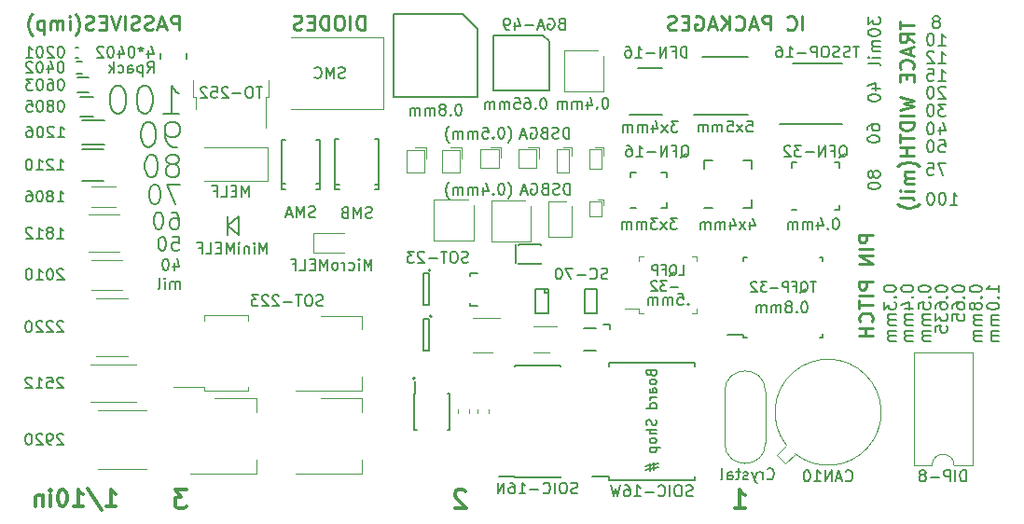
<source format=gbo>
G04 #@! TF.GenerationSoftware,KiCad,Pcbnew,(5.1.4)-1*
G04 #@! TF.CreationDate,2019-10-24T19:13:58-04:00*
G04 #@! TF.ProjectId,business card,62757369-6e65-4737-9320-636172642e6b,rev?*
G04 #@! TF.SameCoordinates,Original*
G04 #@! TF.FileFunction,Legend,Bot*
G04 #@! TF.FilePolarity,Positive*
%FSLAX46Y46*%
G04 Gerber Fmt 4.6, Leading zero omitted, Abs format (unit mm)*
G04 Created by KiCad (PCBNEW (5.1.4)-1) date 2019-10-24 19:13:58*
%MOMM*%
%LPD*%
G04 APERTURE LIST*
%ADD10C,0.150000*%
%ADD11C,0.200000*%
%ADD12C,0.250000*%
%ADD13C,0.190000*%
%ADD14C,0.300000*%
%ADD15C,0.120000*%
G04 APERTURE END LIST*
D10*
X95820000Y-72280000D02*
X95820000Y-73960000D01*
X86678995Y-84470000D02*
G75*
G03X86678995Y-84470000I-98995J0D01*
G01*
X98373928Y-59015380D02*
X98278690Y-59015380D01*
X98183452Y-59063000D01*
X98135833Y-59110619D01*
X98088214Y-59205857D01*
X98040595Y-59396333D01*
X98040595Y-59634428D01*
X98088214Y-59824904D01*
X98135833Y-59920142D01*
X98183452Y-59967761D01*
X98278690Y-60015380D01*
X98373928Y-60015380D01*
X98469166Y-59967761D01*
X98516785Y-59920142D01*
X98564404Y-59824904D01*
X98612023Y-59634428D01*
X98612023Y-59396333D01*
X98564404Y-59205857D01*
X98516785Y-59110619D01*
X98469166Y-59063000D01*
X98373928Y-59015380D01*
X97612023Y-59920142D02*
X97564404Y-59967761D01*
X97612023Y-60015380D01*
X97659642Y-59967761D01*
X97612023Y-59920142D01*
X97612023Y-60015380D01*
X96707261Y-59015380D02*
X96897738Y-59015380D01*
X96992976Y-59063000D01*
X97040595Y-59110619D01*
X97135833Y-59253476D01*
X97183452Y-59443952D01*
X97183452Y-59824904D01*
X97135833Y-59920142D01*
X97088214Y-59967761D01*
X96992976Y-60015380D01*
X96802500Y-60015380D01*
X96707261Y-59967761D01*
X96659642Y-59920142D01*
X96612023Y-59824904D01*
X96612023Y-59586809D01*
X96659642Y-59491571D01*
X96707261Y-59443952D01*
X96802500Y-59396333D01*
X96992976Y-59396333D01*
X97088214Y-59443952D01*
X97135833Y-59491571D01*
X97183452Y-59586809D01*
X95707261Y-59015380D02*
X96183452Y-59015380D01*
X96231071Y-59491571D01*
X96183452Y-59443952D01*
X96088214Y-59396333D01*
X95850119Y-59396333D01*
X95754880Y-59443952D01*
X95707261Y-59491571D01*
X95659642Y-59586809D01*
X95659642Y-59824904D01*
X95707261Y-59920142D01*
X95754880Y-59967761D01*
X95850119Y-60015380D01*
X96088214Y-60015380D01*
X96183452Y-59967761D01*
X96231071Y-59920142D01*
X95231071Y-60015380D02*
X95231071Y-59348714D01*
X95231071Y-59443952D02*
X95183452Y-59396333D01*
X95088214Y-59348714D01*
X94945357Y-59348714D01*
X94850119Y-59396333D01*
X94802500Y-59491571D01*
X94802500Y-60015380D01*
X94802500Y-59491571D02*
X94754880Y-59396333D01*
X94659642Y-59348714D01*
X94516785Y-59348714D01*
X94421547Y-59396333D01*
X94373928Y-59491571D01*
X94373928Y-60015380D01*
X93897738Y-60015380D02*
X93897738Y-59348714D01*
X93897738Y-59443952D02*
X93850119Y-59396333D01*
X93754880Y-59348714D01*
X93612023Y-59348714D01*
X93516785Y-59396333D01*
X93469166Y-59491571D01*
X93469166Y-60015380D01*
X93469166Y-59491571D02*
X93421547Y-59396333D01*
X93326309Y-59348714D01*
X93183452Y-59348714D01*
X93088214Y-59396333D01*
X93040595Y-59491571D01*
X93040595Y-60015380D01*
X90667018Y-59576580D02*
X90571780Y-59576580D01*
X90476541Y-59624200D01*
X90428922Y-59671819D01*
X90381303Y-59767057D01*
X90333684Y-59957533D01*
X90333684Y-60195628D01*
X90381303Y-60386104D01*
X90428922Y-60481342D01*
X90476541Y-60528961D01*
X90571780Y-60576580D01*
X90667018Y-60576580D01*
X90762256Y-60528961D01*
X90809875Y-60481342D01*
X90857494Y-60386104D01*
X90905113Y-60195628D01*
X90905113Y-59957533D01*
X90857494Y-59767057D01*
X90809875Y-59671819D01*
X90762256Y-59624200D01*
X90667018Y-59576580D01*
X89905113Y-60481342D02*
X89857494Y-60528961D01*
X89905113Y-60576580D01*
X89952732Y-60528961D01*
X89905113Y-60481342D01*
X89905113Y-60576580D01*
X89286065Y-60005152D02*
X89381303Y-59957533D01*
X89428922Y-59909914D01*
X89476541Y-59814676D01*
X89476541Y-59767057D01*
X89428922Y-59671819D01*
X89381303Y-59624200D01*
X89286065Y-59576580D01*
X89095589Y-59576580D01*
X89000351Y-59624200D01*
X88952732Y-59671819D01*
X88905113Y-59767057D01*
X88905113Y-59814676D01*
X88952732Y-59909914D01*
X89000351Y-59957533D01*
X89095589Y-60005152D01*
X89286065Y-60005152D01*
X89381303Y-60052771D01*
X89428922Y-60100390D01*
X89476541Y-60195628D01*
X89476541Y-60386104D01*
X89428922Y-60481342D01*
X89381303Y-60528961D01*
X89286065Y-60576580D01*
X89095589Y-60576580D01*
X89000351Y-60528961D01*
X88952732Y-60481342D01*
X88905113Y-60386104D01*
X88905113Y-60195628D01*
X88952732Y-60100390D01*
X89000351Y-60052771D01*
X89095589Y-60005152D01*
X88476541Y-60576580D02*
X88476541Y-59909914D01*
X88476541Y-60005152D02*
X88428922Y-59957533D01*
X88333684Y-59909914D01*
X88190827Y-59909914D01*
X88095589Y-59957533D01*
X88047970Y-60052771D01*
X88047970Y-60576580D01*
X88047970Y-60052771D02*
X88000351Y-59957533D01*
X87905113Y-59909914D01*
X87762256Y-59909914D01*
X87667018Y-59957533D01*
X87619399Y-60052771D01*
X87619399Y-60576580D01*
X87143208Y-60576580D02*
X87143208Y-59909914D01*
X87143208Y-60005152D02*
X87095589Y-59957533D01*
X87000351Y-59909914D01*
X86857494Y-59909914D01*
X86762256Y-59957533D01*
X86714637Y-60052771D01*
X86714637Y-60576580D01*
X86714637Y-60052771D02*
X86667018Y-59957533D01*
X86571780Y-59909914D01*
X86428922Y-59909914D01*
X86333684Y-59957533D01*
X86286065Y-60052771D01*
X86286065Y-60576580D01*
D11*
X99964571Y-52252571D02*
X99821714Y-52300190D01*
X99774095Y-52347809D01*
X99726476Y-52443047D01*
X99726476Y-52585904D01*
X99774095Y-52681142D01*
X99821714Y-52728761D01*
X99916952Y-52776380D01*
X100297904Y-52776380D01*
X100297904Y-51776380D01*
X99964571Y-51776380D01*
X99869333Y-51824000D01*
X99821714Y-51871619D01*
X99774095Y-51966857D01*
X99774095Y-52062095D01*
X99821714Y-52157333D01*
X99869333Y-52204952D01*
X99964571Y-52252571D01*
X100297904Y-52252571D01*
X98774095Y-51824000D02*
X98869333Y-51776380D01*
X99012190Y-51776380D01*
X99155047Y-51824000D01*
X99250285Y-51919238D01*
X99297904Y-52014476D01*
X99345523Y-52204952D01*
X99345523Y-52347809D01*
X99297904Y-52538285D01*
X99250285Y-52633523D01*
X99155047Y-52728761D01*
X99012190Y-52776380D01*
X98916952Y-52776380D01*
X98774095Y-52728761D01*
X98726476Y-52681142D01*
X98726476Y-52347809D01*
X98916952Y-52347809D01*
X98345523Y-52490666D02*
X97869333Y-52490666D01*
X98440761Y-52776380D02*
X98107428Y-51776380D01*
X97774095Y-52776380D01*
X97440761Y-52395428D02*
X96678857Y-52395428D01*
X95774095Y-52109714D02*
X95774095Y-52776380D01*
X96012190Y-51728761D02*
X96250285Y-52443047D01*
X95631238Y-52443047D01*
X95202666Y-52776380D02*
X95012190Y-52776380D01*
X94916952Y-52728761D01*
X94869333Y-52681142D01*
X94774095Y-52538285D01*
X94726476Y-52347809D01*
X94726476Y-51966857D01*
X94774095Y-51871619D01*
X94821714Y-51824000D01*
X94916952Y-51776380D01*
X95107428Y-51776380D01*
X95202666Y-51824000D01*
X95250285Y-51871619D01*
X95297904Y-51966857D01*
X95297904Y-52204952D01*
X95250285Y-52300190D01*
X95202666Y-52347809D01*
X95107428Y-52395428D01*
X94916952Y-52395428D01*
X94821714Y-52347809D01*
X94774095Y-52300190D01*
X94726476Y-52204952D01*
D10*
X62388571Y-56713380D02*
X62721904Y-56237190D01*
X62960000Y-56713380D02*
X62960000Y-55713380D01*
X62579047Y-55713380D01*
X62483809Y-55761000D01*
X62436190Y-55808619D01*
X62388571Y-55903857D01*
X62388571Y-56046714D01*
X62436190Y-56141952D01*
X62483809Y-56189571D01*
X62579047Y-56237190D01*
X62960000Y-56237190D01*
X61960000Y-56046714D02*
X61960000Y-57046714D01*
X61960000Y-56094333D02*
X61864761Y-56046714D01*
X61674285Y-56046714D01*
X61579047Y-56094333D01*
X61531428Y-56141952D01*
X61483809Y-56237190D01*
X61483809Y-56522904D01*
X61531428Y-56618142D01*
X61579047Y-56665761D01*
X61674285Y-56713380D01*
X61864761Y-56713380D01*
X61960000Y-56665761D01*
X60626666Y-56713380D02*
X60626666Y-56189571D01*
X60674285Y-56094333D01*
X60769523Y-56046714D01*
X60960000Y-56046714D01*
X61055238Y-56094333D01*
X60626666Y-56665761D02*
X60721904Y-56713380D01*
X60960000Y-56713380D01*
X61055238Y-56665761D01*
X61102857Y-56570523D01*
X61102857Y-56475285D01*
X61055238Y-56380047D01*
X60960000Y-56332428D01*
X60721904Y-56332428D01*
X60626666Y-56284809D01*
X59721904Y-56665761D02*
X59817142Y-56713380D01*
X60007619Y-56713380D01*
X60102857Y-56665761D01*
X60150476Y-56618142D01*
X60198095Y-56522904D01*
X60198095Y-56237190D01*
X60150476Y-56141952D01*
X60102857Y-56094333D01*
X60007619Y-56046714D01*
X59817142Y-56046714D01*
X59721904Y-56094333D01*
X59293333Y-56713380D02*
X59293333Y-55713380D01*
X59198095Y-56332428D02*
X58912380Y-56713380D01*
X58912380Y-56046714D02*
X59293333Y-56427666D01*
X124929918Y-69917860D02*
X124834680Y-69917860D01*
X124739441Y-69965480D01*
X124691822Y-70013099D01*
X124644203Y-70108337D01*
X124596584Y-70298813D01*
X124596584Y-70536908D01*
X124644203Y-70727384D01*
X124691822Y-70822622D01*
X124739441Y-70870241D01*
X124834680Y-70917860D01*
X124929918Y-70917860D01*
X125025156Y-70870241D01*
X125072775Y-70822622D01*
X125120394Y-70727384D01*
X125168013Y-70536908D01*
X125168013Y-70298813D01*
X125120394Y-70108337D01*
X125072775Y-70013099D01*
X125025156Y-69965480D01*
X124929918Y-69917860D01*
X124168013Y-70822622D02*
X124120394Y-70870241D01*
X124168013Y-70917860D01*
X124215632Y-70870241D01*
X124168013Y-70822622D01*
X124168013Y-70917860D01*
X123263251Y-70251194D02*
X123263251Y-70917860D01*
X123501346Y-69870241D02*
X123739441Y-70584527D01*
X123120394Y-70584527D01*
X122739441Y-70917860D02*
X122739441Y-70251194D01*
X122739441Y-70346432D02*
X122691822Y-70298813D01*
X122596584Y-70251194D01*
X122453727Y-70251194D01*
X122358489Y-70298813D01*
X122310870Y-70394051D01*
X122310870Y-70917860D01*
X122310870Y-70394051D02*
X122263251Y-70298813D01*
X122168013Y-70251194D01*
X122025156Y-70251194D01*
X121929918Y-70298813D01*
X121882299Y-70394051D01*
X121882299Y-70917860D01*
X121406108Y-70917860D02*
X121406108Y-70251194D01*
X121406108Y-70346432D02*
X121358489Y-70298813D01*
X121263251Y-70251194D01*
X121120394Y-70251194D01*
X121025156Y-70298813D01*
X120977537Y-70394051D01*
X120977537Y-70917860D01*
X120977537Y-70394051D02*
X120929918Y-70298813D01*
X120834680Y-70251194D01*
X120691822Y-70251194D01*
X120596584Y-70298813D01*
X120548965Y-70394051D01*
X120548965Y-70917860D01*
D11*
X110811857Y-64409999D02*
X110907095Y-64362380D01*
X111002333Y-64267141D01*
X111145190Y-64124284D01*
X111240428Y-64076665D01*
X111335666Y-64076665D01*
X111288047Y-64314760D02*
X111383285Y-64267141D01*
X111478523Y-64171903D01*
X111526142Y-63981427D01*
X111526142Y-63648094D01*
X111478523Y-63457618D01*
X111383285Y-63362380D01*
X111288047Y-63314760D01*
X111097571Y-63314760D01*
X111002333Y-63362380D01*
X110907095Y-63457618D01*
X110859476Y-63648094D01*
X110859476Y-63981427D01*
X110907095Y-64171903D01*
X111002333Y-64267141D01*
X111097571Y-64314760D01*
X111288047Y-64314760D01*
X110097571Y-63790951D02*
X110430904Y-63790951D01*
X110430904Y-64314760D02*
X110430904Y-63314760D01*
X109954714Y-63314760D01*
X109573761Y-64314760D02*
X109573761Y-63314760D01*
X109002333Y-64314760D01*
X109002333Y-63314760D01*
X108526142Y-63933808D02*
X107764238Y-63933808D01*
X106764238Y-64314760D02*
X107335666Y-64314760D01*
X107049952Y-64314760D02*
X107049952Y-63314760D01*
X107145190Y-63457618D01*
X107240428Y-63552856D01*
X107335666Y-63600475D01*
X105907095Y-63314760D02*
X106097571Y-63314760D01*
X106192809Y-63362380D01*
X106240428Y-63409999D01*
X106335666Y-63552856D01*
X106383285Y-63743332D01*
X106383285Y-64124284D01*
X106335666Y-64219522D01*
X106288047Y-64267141D01*
X106192809Y-64314760D01*
X106002333Y-64314760D01*
X105907095Y-64267141D01*
X105859476Y-64219522D01*
X105811857Y-64124284D01*
X105811857Y-63886189D01*
X105859476Y-63790951D01*
X105907095Y-63743332D01*
X106002333Y-63695713D01*
X106192809Y-63695713D01*
X106288047Y-63743332D01*
X106335666Y-63790951D01*
X106383285Y-63886189D01*
D12*
X65240776Y-52828095D02*
X65240776Y-51528095D01*
X64745538Y-51528095D01*
X64621728Y-51590000D01*
X64559823Y-51651904D01*
X64497919Y-51775714D01*
X64497919Y-51961428D01*
X64559823Y-52085238D01*
X64621728Y-52147142D01*
X64745538Y-52209047D01*
X65240776Y-52209047D01*
X64002680Y-52456666D02*
X63383633Y-52456666D01*
X64126490Y-52828095D02*
X63693157Y-51528095D01*
X63259823Y-52828095D01*
X62888395Y-52766190D02*
X62702680Y-52828095D01*
X62393157Y-52828095D01*
X62269347Y-52766190D01*
X62207442Y-52704285D01*
X62145538Y-52580476D01*
X62145538Y-52456666D01*
X62207442Y-52332857D01*
X62269347Y-52270952D01*
X62393157Y-52209047D01*
X62640776Y-52147142D01*
X62764585Y-52085238D01*
X62826490Y-52023333D01*
X62888395Y-51899523D01*
X62888395Y-51775714D01*
X62826490Y-51651904D01*
X62764585Y-51590000D01*
X62640776Y-51528095D01*
X62331252Y-51528095D01*
X62145538Y-51590000D01*
X61650300Y-52766190D02*
X61464585Y-52828095D01*
X61155061Y-52828095D01*
X61031252Y-52766190D01*
X60969347Y-52704285D01*
X60907442Y-52580476D01*
X60907442Y-52456666D01*
X60969347Y-52332857D01*
X61031252Y-52270952D01*
X61155061Y-52209047D01*
X61402680Y-52147142D01*
X61526490Y-52085238D01*
X61588395Y-52023333D01*
X61650300Y-51899523D01*
X61650300Y-51775714D01*
X61588395Y-51651904D01*
X61526490Y-51590000D01*
X61402680Y-51528095D01*
X61093157Y-51528095D01*
X60907442Y-51590000D01*
X60350300Y-52828095D02*
X60350300Y-51528095D01*
X59916966Y-51528095D02*
X59483633Y-52828095D01*
X59050300Y-51528095D01*
X58616966Y-52147142D02*
X58183633Y-52147142D01*
X57997919Y-52828095D02*
X58616966Y-52828095D01*
X58616966Y-51528095D01*
X57997919Y-51528095D01*
X57502680Y-52766190D02*
X57316966Y-52828095D01*
X57007442Y-52828095D01*
X56883633Y-52766190D01*
X56821728Y-52704285D01*
X56759823Y-52580476D01*
X56759823Y-52456666D01*
X56821728Y-52332857D01*
X56883633Y-52270952D01*
X57007442Y-52209047D01*
X57255061Y-52147142D01*
X57378871Y-52085238D01*
X57440776Y-52023333D01*
X57502680Y-51899523D01*
X57502680Y-51775714D01*
X57440776Y-51651904D01*
X57378871Y-51590000D01*
X57255061Y-51528095D01*
X56945538Y-51528095D01*
X56759823Y-51590000D01*
X55831252Y-53323333D02*
X55893157Y-53261428D01*
X56016966Y-53075714D01*
X56078871Y-52951904D01*
X56140776Y-52766190D01*
X56202680Y-52456666D01*
X56202680Y-52209047D01*
X56140776Y-51899523D01*
X56078871Y-51713809D01*
X56016966Y-51590000D01*
X55893157Y-51404285D01*
X55831252Y-51342380D01*
X55336014Y-52828095D02*
X55336014Y-51961428D01*
X55336014Y-51528095D02*
X55397919Y-51590000D01*
X55336014Y-51651904D01*
X55274109Y-51590000D01*
X55336014Y-51528095D01*
X55336014Y-51651904D01*
X54716966Y-52828095D02*
X54716966Y-51961428D01*
X54716966Y-52085238D02*
X54655061Y-52023333D01*
X54531252Y-51961428D01*
X54345538Y-51961428D01*
X54221728Y-52023333D01*
X54159823Y-52147142D01*
X54159823Y-52828095D01*
X54159823Y-52147142D02*
X54097919Y-52023333D01*
X53974109Y-51961428D01*
X53788395Y-51961428D01*
X53664585Y-52023333D01*
X53602680Y-52147142D01*
X53602680Y-52828095D01*
X52983633Y-51961428D02*
X52983633Y-53261428D01*
X52983633Y-52023333D02*
X52859823Y-51961428D01*
X52612204Y-51961428D01*
X52488395Y-52023333D01*
X52426490Y-52085238D01*
X52364585Y-52209047D01*
X52364585Y-52580476D01*
X52426490Y-52704285D01*
X52488395Y-52766190D01*
X52612204Y-52828095D01*
X52859823Y-52828095D01*
X52983633Y-52766190D01*
X51931252Y-53323333D02*
X51869347Y-53261428D01*
X51745538Y-53075714D01*
X51683633Y-52951904D01*
X51621728Y-52766190D01*
X51559823Y-52456666D01*
X51559823Y-52209047D01*
X51621728Y-51899523D01*
X51683633Y-51713809D01*
X51745538Y-51590000D01*
X51869347Y-51404285D01*
X51931252Y-51342380D01*
D13*
X108139714Y-83980071D02*
X108182571Y-84108642D01*
X108225428Y-84151500D01*
X108311142Y-84194357D01*
X108439714Y-84194357D01*
X108525428Y-84151500D01*
X108568285Y-84108642D01*
X108611142Y-84022928D01*
X108611142Y-83680071D01*
X107711142Y-83680071D01*
X107711142Y-83980071D01*
X107754000Y-84065785D01*
X107796857Y-84108642D01*
X107882571Y-84151500D01*
X107968285Y-84151500D01*
X108054000Y-84108642D01*
X108096857Y-84065785D01*
X108139714Y-83980071D01*
X108139714Y-83680071D01*
X108611142Y-84708642D02*
X108568285Y-84622928D01*
X108525428Y-84580071D01*
X108439714Y-84537214D01*
X108182571Y-84537214D01*
X108096857Y-84580071D01*
X108054000Y-84622928D01*
X108011142Y-84708642D01*
X108011142Y-84837214D01*
X108054000Y-84922928D01*
X108096857Y-84965785D01*
X108182571Y-85008642D01*
X108439714Y-85008642D01*
X108525428Y-84965785D01*
X108568285Y-84922928D01*
X108611142Y-84837214D01*
X108611142Y-84708642D01*
X108611142Y-85780071D02*
X108139714Y-85780071D01*
X108054000Y-85737214D01*
X108011142Y-85651500D01*
X108011142Y-85480071D01*
X108054000Y-85394357D01*
X108568285Y-85780071D02*
X108611142Y-85694357D01*
X108611142Y-85480071D01*
X108568285Y-85394357D01*
X108482571Y-85351500D01*
X108396857Y-85351500D01*
X108311142Y-85394357D01*
X108268285Y-85480071D01*
X108268285Y-85694357D01*
X108225428Y-85780071D01*
X108611142Y-86208642D02*
X108011142Y-86208642D01*
X108182571Y-86208642D02*
X108096857Y-86251500D01*
X108054000Y-86294357D01*
X108011142Y-86380071D01*
X108011142Y-86465785D01*
X108611142Y-87151500D02*
X107711142Y-87151500D01*
X108568285Y-87151500D02*
X108611142Y-87065785D01*
X108611142Y-86894357D01*
X108568285Y-86808642D01*
X108525428Y-86765785D01*
X108439714Y-86722928D01*
X108182571Y-86722928D01*
X108096857Y-86765785D01*
X108054000Y-86808642D01*
X108011142Y-86894357D01*
X108011142Y-87065785D01*
X108054000Y-87151500D01*
X108568285Y-88222928D02*
X108611142Y-88351500D01*
X108611142Y-88565785D01*
X108568285Y-88651500D01*
X108525428Y-88694357D01*
X108439714Y-88737214D01*
X108354000Y-88737214D01*
X108268285Y-88694357D01*
X108225428Y-88651500D01*
X108182571Y-88565785D01*
X108139714Y-88394357D01*
X108096857Y-88308642D01*
X108054000Y-88265785D01*
X107968285Y-88222928D01*
X107882571Y-88222928D01*
X107796857Y-88265785D01*
X107754000Y-88308642D01*
X107711142Y-88394357D01*
X107711142Y-88608642D01*
X107754000Y-88737214D01*
X108611142Y-89122928D02*
X107711142Y-89122928D01*
X108611142Y-89508642D02*
X108139714Y-89508642D01*
X108054000Y-89465785D01*
X108011142Y-89380071D01*
X108011142Y-89251500D01*
X108054000Y-89165785D01*
X108096857Y-89122928D01*
X108611142Y-90065785D02*
X108568285Y-89980071D01*
X108525428Y-89937214D01*
X108439714Y-89894357D01*
X108182571Y-89894357D01*
X108096857Y-89937214D01*
X108054000Y-89980071D01*
X108011142Y-90065785D01*
X108011142Y-90194357D01*
X108054000Y-90280071D01*
X108096857Y-90322928D01*
X108182571Y-90365785D01*
X108439714Y-90365785D01*
X108525428Y-90322928D01*
X108568285Y-90280071D01*
X108611142Y-90194357D01*
X108611142Y-90065785D01*
X108011142Y-90751500D02*
X108911142Y-90751500D01*
X108054000Y-90751500D02*
X108011142Y-90837214D01*
X108011142Y-91008642D01*
X108054000Y-91094357D01*
X108096857Y-91137214D01*
X108182571Y-91180071D01*
X108439714Y-91180071D01*
X108525428Y-91137214D01*
X108568285Y-91094357D01*
X108611142Y-91008642D01*
X108611142Y-90837214D01*
X108568285Y-90751500D01*
X108011142Y-92208642D02*
X108011142Y-92851500D01*
X107625428Y-92465785D02*
X108782571Y-92208642D01*
X108396857Y-92765785D02*
X108396857Y-92122928D01*
X108782571Y-92508642D02*
X107625428Y-92765785D01*
D11*
X65312491Y-76336020D02*
X65312491Y-75669354D01*
X65312491Y-75764592D02*
X65264872Y-75716973D01*
X65169634Y-75669354D01*
X65026777Y-75669354D01*
X64931539Y-75716973D01*
X64883920Y-75812211D01*
X64883920Y-76336020D01*
X64883920Y-75812211D02*
X64836300Y-75716973D01*
X64741062Y-75669354D01*
X64598205Y-75669354D01*
X64502967Y-75716973D01*
X64455348Y-75812211D01*
X64455348Y-76336020D01*
X63979158Y-76336020D02*
X63979158Y-75669354D01*
X63979158Y-75336020D02*
X64026777Y-75383640D01*
X63979158Y-75431259D01*
X63931539Y-75383640D01*
X63979158Y-75336020D01*
X63979158Y-75431259D01*
X63360110Y-76336020D02*
X63455348Y-76288401D01*
X63502967Y-76193163D01*
X63502967Y-75336020D01*
X129245779Y-76262518D02*
X129245779Y-76367280D01*
X129298160Y-76472041D01*
X129350540Y-76524422D01*
X129455302Y-76576803D01*
X129664826Y-76629184D01*
X129926731Y-76629184D01*
X130136255Y-76576803D01*
X130241017Y-76524422D01*
X130293398Y-76472041D01*
X130345779Y-76367280D01*
X130345779Y-76262518D01*
X130293398Y-76157756D01*
X130241017Y-76105375D01*
X130136255Y-76052994D01*
X129926731Y-76000613D01*
X129664826Y-76000613D01*
X129455302Y-76052994D01*
X129350540Y-76105375D01*
X129298160Y-76157756D01*
X129245779Y-76262518D01*
X130241017Y-77100613D02*
X130293398Y-77152994D01*
X130345779Y-77100613D01*
X130293398Y-77048232D01*
X130241017Y-77100613D01*
X130345779Y-77100613D01*
X129245779Y-77519660D02*
X129245779Y-78200613D01*
X129664826Y-77833946D01*
X129664826Y-77991089D01*
X129717207Y-78095851D01*
X129769588Y-78148232D01*
X129874350Y-78200613D01*
X130136255Y-78200613D01*
X130241017Y-78148232D01*
X130293398Y-78095851D01*
X130345779Y-77991089D01*
X130345779Y-77676803D01*
X130293398Y-77572041D01*
X130241017Y-77519660D01*
X130345779Y-78672041D02*
X129612445Y-78672041D01*
X129717207Y-78672041D02*
X129664826Y-78724422D01*
X129612445Y-78829184D01*
X129612445Y-78986327D01*
X129664826Y-79091089D01*
X129769588Y-79143470D01*
X130345779Y-79143470D01*
X129769588Y-79143470D02*
X129664826Y-79195851D01*
X129612445Y-79300613D01*
X129612445Y-79457756D01*
X129664826Y-79562518D01*
X129769588Y-79614899D01*
X130345779Y-79614899D01*
X130345779Y-80138708D02*
X129612445Y-80138708D01*
X129717207Y-80138708D02*
X129664826Y-80191089D01*
X129612445Y-80295851D01*
X129612445Y-80452994D01*
X129664826Y-80557756D01*
X129769588Y-80610137D01*
X130345779Y-80610137D01*
X129769588Y-80610137D02*
X129664826Y-80662518D01*
X129612445Y-80767280D01*
X129612445Y-80924422D01*
X129664826Y-81029184D01*
X129769588Y-81081565D01*
X130345779Y-81081565D01*
X139704059Y-76639344D02*
X139704059Y-76010773D01*
X139704059Y-76325059D02*
X138604059Y-76325059D01*
X138761201Y-76220297D01*
X138865963Y-76115535D01*
X138918344Y-76010773D01*
X139599297Y-77110773D02*
X139651678Y-77163154D01*
X139704059Y-77110773D01*
X139651678Y-77058392D01*
X139599297Y-77110773D01*
X139704059Y-77110773D01*
X138604059Y-77844106D02*
X138604059Y-77948868D01*
X138656440Y-78053630D01*
X138708820Y-78106011D01*
X138813582Y-78158392D01*
X139023106Y-78210773D01*
X139285011Y-78210773D01*
X139494535Y-78158392D01*
X139599297Y-78106011D01*
X139651678Y-78053630D01*
X139704059Y-77948868D01*
X139704059Y-77844106D01*
X139651678Y-77739344D01*
X139599297Y-77686963D01*
X139494535Y-77634582D01*
X139285011Y-77582201D01*
X139023106Y-77582201D01*
X138813582Y-77634582D01*
X138708820Y-77686963D01*
X138656440Y-77739344D01*
X138604059Y-77844106D01*
X139704059Y-78682201D02*
X138970725Y-78682201D01*
X139075487Y-78682201D02*
X139023106Y-78734582D01*
X138970725Y-78839344D01*
X138970725Y-78996487D01*
X139023106Y-79101249D01*
X139127868Y-79153630D01*
X139704059Y-79153630D01*
X139127868Y-79153630D02*
X139023106Y-79206011D01*
X138970725Y-79310773D01*
X138970725Y-79467916D01*
X139023106Y-79572678D01*
X139127868Y-79625059D01*
X139704059Y-79625059D01*
X139704059Y-80148868D02*
X138970725Y-80148868D01*
X139075487Y-80148868D02*
X139023106Y-80201249D01*
X138970725Y-80306011D01*
X138970725Y-80463154D01*
X139023106Y-80567916D01*
X139127868Y-80620297D01*
X139704059Y-80620297D01*
X139127868Y-80620297D02*
X139023106Y-80672678D01*
X138970725Y-80777440D01*
X138970725Y-80934582D01*
X139023106Y-81039344D01*
X139127868Y-81091725D01*
X139704059Y-81091725D01*
X137044179Y-76272678D02*
X137044179Y-76377440D01*
X137096560Y-76482201D01*
X137148940Y-76534582D01*
X137253702Y-76586963D01*
X137463226Y-76639344D01*
X137725131Y-76639344D01*
X137934655Y-76586963D01*
X138039417Y-76534582D01*
X138091798Y-76482201D01*
X138144179Y-76377440D01*
X138144179Y-76272678D01*
X138091798Y-76167916D01*
X138039417Y-76115535D01*
X137934655Y-76063154D01*
X137725131Y-76010773D01*
X137463226Y-76010773D01*
X137253702Y-76063154D01*
X137148940Y-76115535D01*
X137096560Y-76167916D01*
X137044179Y-76272678D01*
X138039417Y-77110773D02*
X138091798Y-77163154D01*
X138144179Y-77110773D01*
X138091798Y-77058392D01*
X138039417Y-77110773D01*
X138144179Y-77110773D01*
X137515607Y-77791725D02*
X137463226Y-77686963D01*
X137410845Y-77634582D01*
X137306083Y-77582201D01*
X137253702Y-77582201D01*
X137148940Y-77634582D01*
X137096560Y-77686963D01*
X137044179Y-77791725D01*
X137044179Y-78001249D01*
X137096560Y-78106011D01*
X137148940Y-78158392D01*
X137253702Y-78210773D01*
X137306083Y-78210773D01*
X137410845Y-78158392D01*
X137463226Y-78106011D01*
X137515607Y-78001249D01*
X137515607Y-77791725D01*
X137567988Y-77686963D01*
X137620369Y-77634582D01*
X137725131Y-77582201D01*
X137934655Y-77582201D01*
X138039417Y-77634582D01*
X138091798Y-77686963D01*
X138144179Y-77791725D01*
X138144179Y-78001249D01*
X138091798Y-78106011D01*
X138039417Y-78158392D01*
X137934655Y-78210773D01*
X137725131Y-78210773D01*
X137620369Y-78158392D01*
X137567988Y-78106011D01*
X137515607Y-78001249D01*
X138144179Y-78682201D02*
X137410845Y-78682201D01*
X137515607Y-78682201D02*
X137463226Y-78734582D01*
X137410845Y-78839344D01*
X137410845Y-78996487D01*
X137463226Y-79101249D01*
X137567988Y-79153630D01*
X138144179Y-79153630D01*
X137567988Y-79153630D02*
X137463226Y-79206011D01*
X137410845Y-79310773D01*
X137410845Y-79467916D01*
X137463226Y-79572678D01*
X137567988Y-79625059D01*
X138144179Y-79625059D01*
X138144179Y-80148868D02*
X137410845Y-80148868D01*
X137515607Y-80148868D02*
X137463226Y-80201249D01*
X137410845Y-80306011D01*
X137410845Y-80463154D01*
X137463226Y-80567916D01*
X137567988Y-80620297D01*
X138144179Y-80620297D01*
X137567988Y-80620297D02*
X137463226Y-80672678D01*
X137410845Y-80777440D01*
X137410845Y-80934582D01*
X137463226Y-81039344D01*
X137567988Y-81091725D01*
X138144179Y-81091725D01*
X135484299Y-76270655D02*
X135484299Y-76375417D01*
X135536680Y-76480179D01*
X135589060Y-76532560D01*
X135693822Y-76584940D01*
X135903346Y-76637321D01*
X136165251Y-76637321D01*
X136374775Y-76584940D01*
X136479537Y-76532560D01*
X136531918Y-76480179D01*
X136584299Y-76375417D01*
X136584299Y-76270655D01*
X136531918Y-76165893D01*
X136479537Y-76113512D01*
X136374775Y-76061131D01*
X136165251Y-76008750D01*
X135903346Y-76008750D01*
X135693822Y-76061131D01*
X135589060Y-76113512D01*
X135536680Y-76165893D01*
X135484299Y-76270655D01*
X136479537Y-77108750D02*
X136531918Y-77161131D01*
X136584299Y-77108750D01*
X136531918Y-77056369D01*
X136479537Y-77108750D01*
X136584299Y-77108750D01*
X135484299Y-78103988D02*
X135484299Y-77894464D01*
X135536680Y-77789702D01*
X135589060Y-77737321D01*
X135746203Y-77632560D01*
X135955727Y-77580179D01*
X136374775Y-77580179D01*
X136479537Y-77632560D01*
X136531918Y-77684940D01*
X136584299Y-77789702D01*
X136584299Y-77999226D01*
X136531918Y-78103988D01*
X136479537Y-78156369D01*
X136374775Y-78208750D01*
X136112870Y-78208750D01*
X136008108Y-78156369D01*
X135955727Y-78103988D01*
X135903346Y-77999226D01*
X135903346Y-77789702D01*
X135955727Y-77684940D01*
X136008108Y-77632560D01*
X136112870Y-77580179D01*
X135484299Y-79203988D02*
X135484299Y-78680179D01*
X136008108Y-78627798D01*
X135955727Y-78680179D01*
X135903346Y-78784940D01*
X135903346Y-79046845D01*
X135955727Y-79151607D01*
X136008108Y-79203988D01*
X136112870Y-79256369D01*
X136374775Y-79256369D01*
X136479537Y-79203988D01*
X136531918Y-79151607D01*
X136584299Y-79046845D01*
X136584299Y-78784940D01*
X136531918Y-78680179D01*
X136479537Y-78627798D01*
X133924819Y-76270085D02*
X133924819Y-76374847D01*
X133977200Y-76479609D01*
X134029580Y-76531990D01*
X134134342Y-76584371D01*
X134343866Y-76636752D01*
X134605771Y-76636752D01*
X134815295Y-76584371D01*
X134920057Y-76531990D01*
X134972438Y-76479609D01*
X135024819Y-76374847D01*
X135024819Y-76270085D01*
X134972438Y-76165323D01*
X134920057Y-76112942D01*
X134815295Y-76060561D01*
X134605771Y-76008180D01*
X134343866Y-76008180D01*
X134134342Y-76060561D01*
X134029580Y-76112942D01*
X133977200Y-76165323D01*
X133924819Y-76270085D01*
X134920057Y-77108180D02*
X134972438Y-77160561D01*
X135024819Y-77108180D01*
X134972438Y-77055800D01*
X134920057Y-77108180D01*
X135024819Y-77108180D01*
X133924819Y-78103419D02*
X133924819Y-77893895D01*
X133977200Y-77789133D01*
X134029580Y-77736752D01*
X134186723Y-77631990D01*
X134396247Y-77579609D01*
X134815295Y-77579609D01*
X134920057Y-77631990D01*
X134972438Y-77684371D01*
X135024819Y-77789133D01*
X135024819Y-77998657D01*
X134972438Y-78103419D01*
X134920057Y-78155800D01*
X134815295Y-78208180D01*
X134553390Y-78208180D01*
X134448628Y-78155800D01*
X134396247Y-78103419D01*
X134343866Y-77998657D01*
X134343866Y-77789133D01*
X134396247Y-77684371D01*
X134448628Y-77631990D01*
X134553390Y-77579609D01*
X133924819Y-78574847D02*
X133924819Y-79255800D01*
X134343866Y-78889133D01*
X134343866Y-79046276D01*
X134396247Y-79151038D01*
X134448628Y-79203419D01*
X134553390Y-79255800D01*
X134815295Y-79255800D01*
X134920057Y-79203419D01*
X134972438Y-79151038D01*
X135024819Y-79046276D01*
X135024819Y-78731990D01*
X134972438Y-78627228D01*
X134920057Y-78574847D01*
X133924819Y-80251038D02*
X133924819Y-79727228D01*
X134448628Y-79674847D01*
X134396247Y-79727228D01*
X134343866Y-79831990D01*
X134343866Y-80093895D01*
X134396247Y-80198657D01*
X134448628Y-80251038D01*
X134553390Y-80303419D01*
X134815295Y-80303419D01*
X134920057Y-80251038D01*
X134972438Y-80198657D01*
X135024819Y-80093895D01*
X135024819Y-79831990D01*
X134972438Y-79727228D01*
X134920057Y-79674847D01*
X132365259Y-76267598D02*
X132365259Y-76372360D01*
X132417640Y-76477121D01*
X132470020Y-76529502D01*
X132574782Y-76581883D01*
X132784306Y-76634264D01*
X133046211Y-76634264D01*
X133255735Y-76581883D01*
X133360497Y-76529502D01*
X133412878Y-76477121D01*
X133465259Y-76372360D01*
X133465259Y-76267598D01*
X133412878Y-76162836D01*
X133360497Y-76110455D01*
X133255735Y-76058074D01*
X133046211Y-76005693D01*
X132784306Y-76005693D01*
X132574782Y-76058074D01*
X132470020Y-76110455D01*
X132417640Y-76162836D01*
X132365259Y-76267598D01*
X133360497Y-77105693D02*
X133412878Y-77158074D01*
X133465259Y-77105693D01*
X133412878Y-77053312D01*
X133360497Y-77105693D01*
X133465259Y-77105693D01*
X132365259Y-78153312D02*
X132365259Y-77629502D01*
X132889068Y-77577121D01*
X132836687Y-77629502D01*
X132784306Y-77734264D01*
X132784306Y-77996169D01*
X132836687Y-78100931D01*
X132889068Y-78153312D01*
X132993830Y-78205693D01*
X133255735Y-78205693D01*
X133360497Y-78153312D01*
X133412878Y-78100931D01*
X133465259Y-77996169D01*
X133465259Y-77734264D01*
X133412878Y-77629502D01*
X133360497Y-77577121D01*
X133465259Y-78677121D02*
X132731925Y-78677121D01*
X132836687Y-78677121D02*
X132784306Y-78729502D01*
X132731925Y-78834264D01*
X132731925Y-78991407D01*
X132784306Y-79096169D01*
X132889068Y-79148550D01*
X133465259Y-79148550D01*
X132889068Y-79148550D02*
X132784306Y-79200931D01*
X132731925Y-79305693D01*
X132731925Y-79462836D01*
X132784306Y-79567598D01*
X132889068Y-79619979D01*
X133465259Y-79619979D01*
X133465259Y-80143788D02*
X132731925Y-80143788D01*
X132836687Y-80143788D02*
X132784306Y-80196169D01*
X132731925Y-80300931D01*
X132731925Y-80458074D01*
X132784306Y-80562836D01*
X132889068Y-80615217D01*
X133465259Y-80615217D01*
X132889068Y-80615217D02*
X132784306Y-80667598D01*
X132731925Y-80772360D01*
X132731925Y-80929502D01*
X132784306Y-81034264D01*
X132889068Y-81086645D01*
X133465259Y-81086645D01*
X130805779Y-76262518D02*
X130805779Y-76367280D01*
X130858160Y-76472041D01*
X130910540Y-76524422D01*
X131015302Y-76576803D01*
X131224826Y-76629184D01*
X131486731Y-76629184D01*
X131696255Y-76576803D01*
X131801017Y-76524422D01*
X131853398Y-76472041D01*
X131905779Y-76367280D01*
X131905779Y-76262518D01*
X131853398Y-76157756D01*
X131801017Y-76105375D01*
X131696255Y-76052994D01*
X131486731Y-76000613D01*
X131224826Y-76000613D01*
X131015302Y-76052994D01*
X130910540Y-76105375D01*
X130858160Y-76157756D01*
X130805779Y-76262518D01*
X131801017Y-77100613D02*
X131853398Y-77152994D01*
X131905779Y-77100613D01*
X131853398Y-77048232D01*
X131801017Y-77100613D01*
X131905779Y-77100613D01*
X131172445Y-78095851D02*
X131905779Y-78095851D01*
X130753398Y-77833946D02*
X131539112Y-77572041D01*
X131539112Y-78252994D01*
X131905779Y-78672041D02*
X131172445Y-78672041D01*
X131277207Y-78672041D02*
X131224826Y-78724422D01*
X131172445Y-78829184D01*
X131172445Y-78986327D01*
X131224826Y-79091089D01*
X131329588Y-79143470D01*
X131905779Y-79143470D01*
X131329588Y-79143470D02*
X131224826Y-79195851D01*
X131172445Y-79300613D01*
X131172445Y-79457756D01*
X131224826Y-79562518D01*
X131329588Y-79614899D01*
X131905779Y-79614899D01*
X131905779Y-80138708D02*
X131172445Y-80138708D01*
X131277207Y-80138708D02*
X131224826Y-80191089D01*
X131172445Y-80295851D01*
X131172445Y-80452994D01*
X131224826Y-80557756D01*
X131329588Y-80610137D01*
X131905779Y-80610137D01*
X131329588Y-80610137D02*
X131224826Y-80662518D01*
X131172445Y-80767280D01*
X131172445Y-80924422D01*
X131224826Y-81029184D01*
X131329588Y-81081565D01*
X131905779Y-81081565D01*
D12*
X128273255Y-71404063D02*
X126973255Y-71404063D01*
X126973255Y-71899301D01*
X127035160Y-72023111D01*
X127097064Y-72085016D01*
X127220874Y-72146920D01*
X127406588Y-72146920D01*
X127530398Y-72085016D01*
X127592302Y-72023111D01*
X127654207Y-71899301D01*
X127654207Y-71404063D01*
X128273255Y-72704063D02*
X126973255Y-72704063D01*
X128273255Y-73323111D02*
X126973255Y-73323111D01*
X128273255Y-74065968D01*
X126973255Y-74065968D01*
X128273255Y-75675492D02*
X126973255Y-75675492D01*
X126973255Y-76170730D01*
X127035160Y-76294539D01*
X127097064Y-76356444D01*
X127220874Y-76418349D01*
X127406588Y-76418349D01*
X127530398Y-76356444D01*
X127592302Y-76294539D01*
X127654207Y-76170730D01*
X127654207Y-75675492D01*
X128273255Y-76975492D02*
X126973255Y-76975492D01*
X126973255Y-77408825D02*
X126973255Y-78151682D01*
X128273255Y-77780254D02*
X126973255Y-77780254D01*
X128149445Y-79327873D02*
X128211350Y-79265968D01*
X128273255Y-79080254D01*
X128273255Y-78956444D01*
X128211350Y-78770730D01*
X128087540Y-78646920D01*
X127963731Y-78585016D01*
X127716112Y-78523111D01*
X127530398Y-78523111D01*
X127282779Y-78585016D01*
X127158969Y-78646920D01*
X127035160Y-78770730D01*
X126973255Y-78956444D01*
X126973255Y-79080254D01*
X127035160Y-79265968D01*
X127097064Y-79327873D01*
X128273255Y-79885016D02*
X126973255Y-79885016D01*
X127592302Y-79885016D02*
X127592302Y-80627873D01*
X128273255Y-80627873D02*
X126973255Y-80627873D01*
D11*
X134204683Y-57455359D02*
X134833255Y-57455359D01*
X134518969Y-57455359D02*
X134518969Y-56355359D01*
X134623731Y-56512501D01*
X134728493Y-56617263D01*
X134833255Y-56669644D01*
X133209445Y-56355359D02*
X133733255Y-56355359D01*
X133785636Y-56879168D01*
X133733255Y-56826787D01*
X133628493Y-56774406D01*
X133366588Y-56774406D01*
X133261826Y-56826787D01*
X133209445Y-56879168D01*
X133157064Y-56983930D01*
X133157064Y-57245835D01*
X133209445Y-57350597D01*
X133261826Y-57402978D01*
X133366588Y-57455359D01*
X133628493Y-57455359D01*
X133733255Y-57402978D01*
X133785636Y-57350597D01*
X134204683Y-55848339D02*
X134833255Y-55848339D01*
X134518969Y-55848339D02*
X134518969Y-54748339D01*
X134623731Y-54905481D01*
X134728493Y-55010243D01*
X134833255Y-55062624D01*
X133785636Y-54853100D02*
X133733255Y-54800720D01*
X133628493Y-54748339D01*
X133366588Y-54748339D01*
X133261826Y-54800720D01*
X133209445Y-54853100D01*
X133157064Y-54957862D01*
X133157064Y-55062624D01*
X133209445Y-55219767D01*
X133838017Y-55848339D01*
X133157064Y-55848339D01*
D12*
X130681015Y-52021029D02*
X130681015Y-52763886D01*
X131981015Y-52392458D02*
X130681015Y-52392458D01*
X131981015Y-53940077D02*
X131361967Y-53506743D01*
X131981015Y-53197220D02*
X130681015Y-53197220D01*
X130681015Y-53692458D01*
X130742920Y-53816267D01*
X130804824Y-53878172D01*
X130928634Y-53940077D01*
X131114348Y-53940077D01*
X131238158Y-53878172D01*
X131300062Y-53816267D01*
X131361967Y-53692458D01*
X131361967Y-53197220D01*
X131609586Y-54435315D02*
X131609586Y-55054362D01*
X131981015Y-54311505D02*
X130681015Y-54744839D01*
X131981015Y-55178172D01*
X131857205Y-56354362D02*
X131919110Y-56292458D01*
X131981015Y-56106743D01*
X131981015Y-55982934D01*
X131919110Y-55797220D01*
X131795300Y-55673410D01*
X131671491Y-55611505D01*
X131423872Y-55549600D01*
X131238158Y-55549600D01*
X130990539Y-55611505D01*
X130866729Y-55673410D01*
X130742920Y-55797220D01*
X130681015Y-55982934D01*
X130681015Y-56106743D01*
X130742920Y-56292458D01*
X130804824Y-56354362D01*
X131300062Y-56911505D02*
X131300062Y-57344839D01*
X131981015Y-57530553D02*
X131981015Y-56911505D01*
X130681015Y-56911505D01*
X130681015Y-57530553D01*
X130681015Y-58954362D02*
X131981015Y-59263886D01*
X131052443Y-59511505D01*
X131981015Y-59759124D01*
X130681015Y-60068648D01*
X131981015Y-60563886D02*
X130681015Y-60563886D01*
X131981015Y-61182934D02*
X130681015Y-61182934D01*
X130681015Y-61492458D01*
X130742920Y-61678172D01*
X130866729Y-61801981D01*
X130990539Y-61863886D01*
X131238158Y-61925791D01*
X131423872Y-61925791D01*
X131671491Y-61863886D01*
X131795300Y-61801981D01*
X131919110Y-61678172D01*
X131981015Y-61492458D01*
X131981015Y-61182934D01*
X130681015Y-62297220D02*
X130681015Y-63040077D01*
X131981015Y-62668648D02*
X130681015Y-62668648D01*
X131981015Y-63473410D02*
X130681015Y-63473410D01*
X131300062Y-63473410D02*
X131300062Y-64216267D01*
X131981015Y-64216267D02*
X130681015Y-64216267D01*
X132476253Y-65206743D02*
X132414348Y-65144839D01*
X132228634Y-65021029D01*
X132104824Y-64959124D01*
X131919110Y-64897219D01*
X131609586Y-64835315D01*
X131361967Y-64835315D01*
X131052443Y-64897219D01*
X130866729Y-64959124D01*
X130742920Y-65021029D01*
X130557205Y-65144839D01*
X130495300Y-65206743D01*
X131981015Y-65701981D02*
X131114348Y-65701981D01*
X131238158Y-65701981D02*
X131176253Y-65763886D01*
X131114348Y-65887696D01*
X131114348Y-66073410D01*
X131176253Y-66197219D01*
X131300062Y-66259124D01*
X131981015Y-66259124D01*
X131300062Y-66259124D02*
X131176253Y-66321029D01*
X131114348Y-66444839D01*
X131114348Y-66630553D01*
X131176253Y-66754362D01*
X131300062Y-66816267D01*
X131981015Y-66816267D01*
X131981015Y-67435315D02*
X131114348Y-67435315D01*
X130681015Y-67435315D02*
X130742920Y-67373410D01*
X130804824Y-67435315D01*
X130742920Y-67497219D01*
X130681015Y-67435315D01*
X130804824Y-67435315D01*
X131981015Y-68240077D02*
X131919110Y-68116267D01*
X131795300Y-68054362D01*
X130681015Y-68054362D01*
X132476253Y-68611505D02*
X132414348Y-68673410D01*
X132228634Y-68797219D01*
X132104824Y-68859124D01*
X131919110Y-68921029D01*
X131609586Y-68982934D01*
X131361967Y-68982934D01*
X131052443Y-68921029D01*
X130866729Y-68859124D01*
X130742920Y-68797219D01*
X130557205Y-68673410D01*
X130495300Y-68611505D01*
D11*
X64818705Y-73953925D02*
X64818705Y-74631259D01*
X65060610Y-73566878D02*
X65302515Y-74292592D01*
X64673562Y-74292592D01*
X64092991Y-73615259D02*
X63996229Y-73615259D01*
X63899467Y-73663640D01*
X63851086Y-73712020D01*
X63802705Y-73808782D01*
X63754324Y-74002306D01*
X63754324Y-74244211D01*
X63802705Y-74437735D01*
X63851086Y-74534497D01*
X63899467Y-74582878D01*
X63996229Y-74631259D01*
X64092991Y-74631259D01*
X64189753Y-74582878D01*
X64238134Y-74534497D01*
X64286515Y-74437735D01*
X64334896Y-74244211D01*
X64334896Y-74002306D01*
X64286515Y-73808782D01*
X64238134Y-73712020D01*
X64189753Y-73663640D01*
X64092991Y-73615259D01*
X135281841Y-68699459D02*
X135910413Y-68699459D01*
X135596127Y-68699459D02*
X135596127Y-67599459D01*
X135700889Y-67756601D01*
X135805651Y-67861363D01*
X135910413Y-67913744D01*
X134600889Y-67599459D02*
X134496127Y-67599459D01*
X134391365Y-67651840D01*
X134338984Y-67704220D01*
X134286603Y-67808982D01*
X134234222Y-68018506D01*
X134234222Y-68280411D01*
X134286603Y-68489935D01*
X134338984Y-68594697D01*
X134391365Y-68647078D01*
X134496127Y-68699459D01*
X134600889Y-68699459D01*
X134705651Y-68647078D01*
X134758032Y-68594697D01*
X134810413Y-68489935D01*
X134862794Y-68280411D01*
X134862794Y-68018506D01*
X134810413Y-67808982D01*
X134758032Y-67704220D01*
X134705651Y-67651840D01*
X134600889Y-67599459D01*
X133553270Y-67599459D02*
X133448508Y-67599459D01*
X133343746Y-67651840D01*
X133291365Y-67704220D01*
X133238984Y-67808982D01*
X133186603Y-68018506D01*
X133186603Y-68280411D01*
X133238984Y-68489935D01*
X133291365Y-68594697D01*
X133343746Y-68647078D01*
X133448508Y-68699459D01*
X133553270Y-68699459D01*
X133658032Y-68647078D01*
X133710413Y-68594697D01*
X133762794Y-68489935D01*
X133815175Y-68280411D01*
X133815175Y-68018506D01*
X133762794Y-67808982D01*
X133710413Y-67704220D01*
X133658032Y-67651840D01*
X133553270Y-67599459D01*
X134885636Y-64903739D02*
X134152302Y-64903739D01*
X134623731Y-66003739D01*
X133209445Y-64903739D02*
X133733255Y-64903739D01*
X133785636Y-65427548D01*
X133733255Y-65375167D01*
X133628493Y-65322786D01*
X133366588Y-65322786D01*
X133261826Y-65375167D01*
X133209445Y-65427548D01*
X133157064Y-65532310D01*
X133157064Y-65794215D01*
X133209445Y-65898977D01*
X133261826Y-65951358D01*
X133366588Y-66003739D01*
X133628493Y-66003739D01*
X133733255Y-65951358D01*
X133785636Y-65898977D01*
X134257064Y-62835219D02*
X134780874Y-62835219D01*
X134833255Y-63359028D01*
X134780874Y-63306647D01*
X134676112Y-63254266D01*
X134414207Y-63254266D01*
X134309445Y-63306647D01*
X134257064Y-63359028D01*
X134204683Y-63463790D01*
X134204683Y-63725695D01*
X134257064Y-63830457D01*
X134309445Y-63882838D01*
X134414207Y-63935219D01*
X134676112Y-63935219D01*
X134780874Y-63882838D01*
X134833255Y-63830457D01*
X133523731Y-62835219D02*
X133418969Y-62835219D01*
X133314207Y-62887600D01*
X133261826Y-62939980D01*
X133209445Y-63044742D01*
X133157064Y-63254266D01*
X133157064Y-63516171D01*
X133209445Y-63725695D01*
X133261826Y-63830457D01*
X133314207Y-63882838D01*
X133418969Y-63935219D01*
X133523731Y-63935219D01*
X133628493Y-63882838D01*
X133680874Y-63830457D01*
X133733255Y-63725695D01*
X133785636Y-63516171D01*
X133785636Y-63254266D01*
X133733255Y-63044742D01*
X133680874Y-62939980D01*
X133628493Y-62887600D01*
X133523731Y-62835219D01*
X134309445Y-61590885D02*
X134309445Y-62324219D01*
X134571350Y-61171838D02*
X134833255Y-61957552D01*
X134152302Y-61957552D01*
X133523731Y-61224219D02*
X133418969Y-61224219D01*
X133314207Y-61276600D01*
X133261826Y-61328980D01*
X133209445Y-61433742D01*
X133157064Y-61643266D01*
X133157064Y-61905171D01*
X133209445Y-62114695D01*
X133261826Y-62219457D01*
X133314207Y-62271838D01*
X133418969Y-62324219D01*
X133523731Y-62324219D01*
X133628493Y-62271838D01*
X133680874Y-62219457D01*
X133733255Y-62114695D01*
X133785636Y-61905171D01*
X133785636Y-61643266D01*
X133733255Y-61433742D01*
X133680874Y-61328980D01*
X133628493Y-61276600D01*
X133523731Y-61224219D01*
X134885636Y-59568299D02*
X134204683Y-59568299D01*
X134571350Y-59987346D01*
X134414207Y-59987346D01*
X134309445Y-60039727D01*
X134257064Y-60092108D01*
X134204683Y-60196870D01*
X134204683Y-60458775D01*
X134257064Y-60563537D01*
X134309445Y-60615918D01*
X134414207Y-60668299D01*
X134728493Y-60668299D01*
X134833255Y-60615918D01*
X134885636Y-60563537D01*
X133523731Y-59568299D02*
X133418969Y-59568299D01*
X133314207Y-59620680D01*
X133261826Y-59673060D01*
X133209445Y-59777822D01*
X133157064Y-59987346D01*
X133157064Y-60249251D01*
X133209445Y-60458775D01*
X133261826Y-60563537D01*
X133314207Y-60615918D01*
X133418969Y-60668299D01*
X133523731Y-60668299D01*
X133628493Y-60615918D01*
X133680874Y-60563537D01*
X133733255Y-60458775D01*
X133785636Y-60249251D01*
X133785636Y-59987346D01*
X133733255Y-59777822D01*
X133680874Y-59673060D01*
X133628493Y-59620680D01*
X133523731Y-59568299D01*
X134833255Y-58062860D02*
X134780874Y-58010480D01*
X134676112Y-57958099D01*
X134414207Y-57958099D01*
X134309445Y-58010480D01*
X134257064Y-58062860D01*
X134204683Y-58167622D01*
X134204683Y-58272384D01*
X134257064Y-58429527D01*
X134885636Y-59058099D01*
X134204683Y-59058099D01*
X133523731Y-57958099D02*
X133418969Y-57958099D01*
X133314207Y-58010480D01*
X133261826Y-58062860D01*
X133209445Y-58167622D01*
X133157064Y-58377146D01*
X133157064Y-58639051D01*
X133209445Y-58848575D01*
X133261826Y-58953337D01*
X133314207Y-59005718D01*
X133418969Y-59058099D01*
X133523731Y-59058099D01*
X133628493Y-59005718D01*
X133680874Y-58953337D01*
X133733255Y-58848575D01*
X133785636Y-58639051D01*
X133785636Y-58377146D01*
X133733255Y-58167622D01*
X133680874Y-58062860D01*
X133628493Y-58010480D01*
X133523731Y-57958099D01*
X134204683Y-54241479D02*
X134833255Y-54241479D01*
X134518969Y-54241479D02*
X134518969Y-53141479D01*
X134623731Y-53298621D01*
X134728493Y-53403383D01*
X134833255Y-53455764D01*
X133523731Y-53141479D02*
X133418969Y-53141479D01*
X133314207Y-53193860D01*
X133261826Y-53246240D01*
X133209445Y-53351002D01*
X133157064Y-53560526D01*
X133157064Y-53822431D01*
X133209445Y-54031955D01*
X133261826Y-54136717D01*
X133314207Y-54189098D01*
X133418969Y-54241479D01*
X133523731Y-54241479D01*
X133628493Y-54189098D01*
X133680874Y-54136717D01*
X133733255Y-54031955D01*
X133785636Y-53822431D01*
X133785636Y-53560526D01*
X133733255Y-53351002D01*
X133680874Y-53246240D01*
X133628493Y-53193860D01*
X133523731Y-53141479D01*
X134110081Y-52035567D02*
X134214843Y-51983186D01*
X134267224Y-51930805D01*
X134319605Y-51826043D01*
X134319605Y-51773662D01*
X134267224Y-51668900D01*
X134214843Y-51616520D01*
X134110081Y-51564139D01*
X133900558Y-51564139D01*
X133795796Y-51616520D01*
X133743415Y-51668900D01*
X133691034Y-51773662D01*
X133691034Y-51826043D01*
X133743415Y-51930805D01*
X133795796Y-51983186D01*
X133900558Y-52035567D01*
X134110081Y-52035567D01*
X134214843Y-52087948D01*
X134267224Y-52140329D01*
X134319605Y-52245091D01*
X134319605Y-52454615D01*
X134267224Y-52559377D01*
X134214843Y-52611758D01*
X134110081Y-52664139D01*
X133900558Y-52664139D01*
X133795796Y-52611758D01*
X133743415Y-52559377D01*
X133691034Y-52454615D01*
X133691034Y-52245091D01*
X133743415Y-52140329D01*
X133795796Y-52087948D01*
X133900558Y-52035567D01*
X63834153Y-60426687D02*
X65285581Y-60426687D01*
X64559867Y-60426687D02*
X64559867Y-57886687D01*
X64801772Y-58249544D01*
X65043677Y-58491449D01*
X65285581Y-58612401D01*
X62261772Y-57886687D02*
X62019867Y-57886687D01*
X61777962Y-58007640D01*
X61657010Y-58128592D01*
X61536058Y-58370497D01*
X61415105Y-58854306D01*
X61415105Y-59459068D01*
X61536058Y-59942878D01*
X61657010Y-60184782D01*
X61777962Y-60305735D01*
X62019867Y-60426687D01*
X62261772Y-60426687D01*
X62503677Y-60305735D01*
X62624629Y-60184782D01*
X62745581Y-59942878D01*
X62866534Y-59459068D01*
X62866534Y-58854306D01*
X62745581Y-58370497D01*
X62624629Y-58128592D01*
X62503677Y-58007640D01*
X62261772Y-57886687D01*
X59842724Y-57886687D02*
X59600820Y-57886687D01*
X59358915Y-58007640D01*
X59237962Y-58128592D01*
X59117010Y-58370497D01*
X58996058Y-58854306D01*
X58996058Y-59459068D01*
X59117010Y-59942878D01*
X59237962Y-60184782D01*
X59358915Y-60305735D01*
X59600820Y-60426687D01*
X59842724Y-60426687D01*
X60084629Y-60305735D01*
X60205581Y-60184782D01*
X60326534Y-59942878D01*
X60447486Y-59459068D01*
X60447486Y-58854306D01*
X60326534Y-58370497D01*
X60205581Y-58128592D01*
X60084629Y-58007640D01*
X59842724Y-57886687D01*
X65087220Y-63461382D02*
X64651791Y-63461382D01*
X64434077Y-63352525D01*
X64325220Y-63243668D01*
X64107505Y-62917097D01*
X63998648Y-62481668D01*
X63998648Y-61610811D01*
X64107505Y-61393097D01*
X64216362Y-61284240D01*
X64434077Y-61175382D01*
X64869505Y-61175382D01*
X65087220Y-61284240D01*
X65196077Y-61393097D01*
X65304934Y-61610811D01*
X65304934Y-62155097D01*
X65196077Y-62372811D01*
X65087220Y-62481668D01*
X64869505Y-62590525D01*
X64434077Y-62590525D01*
X64216362Y-62481668D01*
X64107505Y-62372811D01*
X63998648Y-62155097D01*
X62583505Y-61175382D02*
X62365791Y-61175382D01*
X62148077Y-61284240D01*
X62039220Y-61393097D01*
X61930362Y-61610811D01*
X61821505Y-62046240D01*
X61821505Y-62590525D01*
X61930362Y-63025954D01*
X62039220Y-63243668D01*
X62148077Y-63352525D01*
X62365791Y-63461382D01*
X62583505Y-63461382D01*
X62801220Y-63352525D01*
X62910077Y-63243668D01*
X63018934Y-63025954D01*
X63127791Y-62590525D01*
X63127791Y-62046240D01*
X63018934Y-61610811D01*
X62910077Y-61393097D01*
X62801220Y-61284240D01*
X62583505Y-61175382D01*
X65307353Y-66893973D02*
X64122020Y-66893973D01*
X64884020Y-68671973D01*
X63106020Y-66893973D02*
X62936686Y-66893973D01*
X62767353Y-66978640D01*
X62682686Y-67063306D01*
X62598020Y-67232640D01*
X62513353Y-67571306D01*
X62513353Y-67994640D01*
X62598020Y-68333306D01*
X62682686Y-68502640D01*
X62767353Y-68587306D01*
X62936686Y-68671973D01*
X63106020Y-68671973D01*
X63275353Y-68587306D01*
X63360020Y-68502640D01*
X63444686Y-68333306D01*
X63529353Y-67994640D01*
X63529353Y-67571306D01*
X63444686Y-67232640D01*
X63360020Y-67063306D01*
X63275353Y-66978640D01*
X63106020Y-66893973D01*
X64876762Y-65031735D02*
X65070286Y-64934973D01*
X65167048Y-64838211D01*
X65263810Y-64644687D01*
X65263810Y-64547925D01*
X65167048Y-64354401D01*
X65070286Y-64257640D01*
X64876762Y-64160878D01*
X64489715Y-64160878D01*
X64296191Y-64257640D01*
X64199429Y-64354401D01*
X64102667Y-64547925D01*
X64102667Y-64644687D01*
X64199429Y-64838211D01*
X64296191Y-64934973D01*
X64489715Y-65031735D01*
X64876762Y-65031735D01*
X65070286Y-65128497D01*
X65167048Y-65225259D01*
X65263810Y-65418782D01*
X65263810Y-65805830D01*
X65167048Y-65999354D01*
X65070286Y-66096116D01*
X64876762Y-66192878D01*
X64489715Y-66192878D01*
X64296191Y-66096116D01*
X64199429Y-65999354D01*
X64102667Y-65805830D01*
X64102667Y-65418782D01*
X64199429Y-65225259D01*
X64296191Y-65128497D01*
X64489715Y-65031735D01*
X62844762Y-64160878D02*
X62651239Y-64160878D01*
X62457715Y-64257640D01*
X62360953Y-64354401D01*
X62264191Y-64547925D01*
X62167429Y-64934973D01*
X62167429Y-65418782D01*
X62264191Y-65805830D01*
X62360953Y-65999354D01*
X62457715Y-66096116D01*
X62651239Y-66192878D01*
X62844762Y-66192878D01*
X63038286Y-66096116D01*
X63135048Y-65999354D01*
X63231810Y-65805830D01*
X63328572Y-65418782D01*
X63328572Y-64934973D01*
X63231810Y-64547925D01*
X63135048Y-64354401D01*
X63038286Y-64257640D01*
X62844762Y-64160878D01*
X64557448Y-69372268D02*
X64847734Y-69372268D01*
X64992877Y-69444840D01*
X65065448Y-69517411D01*
X65210591Y-69735125D01*
X65283162Y-70025411D01*
X65283162Y-70605982D01*
X65210591Y-70751125D01*
X65138020Y-70823697D01*
X64992877Y-70896268D01*
X64702591Y-70896268D01*
X64557448Y-70823697D01*
X64484877Y-70751125D01*
X64412305Y-70605982D01*
X64412305Y-70243125D01*
X64484877Y-70097982D01*
X64557448Y-70025411D01*
X64702591Y-69952840D01*
X64992877Y-69952840D01*
X65138020Y-70025411D01*
X65210591Y-70097982D01*
X65283162Y-70243125D01*
X63468877Y-69372268D02*
X63323734Y-69372268D01*
X63178591Y-69444840D01*
X63106020Y-69517411D01*
X63033448Y-69662554D01*
X62960877Y-69952840D01*
X62960877Y-70315697D01*
X63033448Y-70605982D01*
X63106020Y-70751125D01*
X63178591Y-70823697D01*
X63323734Y-70896268D01*
X63468877Y-70896268D01*
X63614020Y-70823697D01*
X63686591Y-70751125D01*
X63759162Y-70605982D01*
X63831734Y-70315697D01*
X63831734Y-69952840D01*
X63759162Y-69662554D01*
X63686591Y-69517411D01*
X63614020Y-69444840D01*
X63468877Y-69372268D01*
X64627600Y-71596563D02*
X65232362Y-71596563D01*
X65292839Y-72201325D01*
X65232362Y-72140849D01*
X65111410Y-72080373D01*
X64809029Y-72080373D01*
X64688077Y-72140849D01*
X64627600Y-72201325D01*
X64567124Y-72322278D01*
X64567124Y-72624659D01*
X64627600Y-72745611D01*
X64688077Y-72806087D01*
X64809029Y-72866563D01*
X65111410Y-72866563D01*
X65232362Y-72806087D01*
X65292839Y-72745611D01*
X63780934Y-71596563D02*
X63659981Y-71596563D01*
X63539029Y-71657040D01*
X63478553Y-71717516D01*
X63418077Y-71838468D01*
X63357600Y-72080373D01*
X63357600Y-72382754D01*
X63418077Y-72624659D01*
X63478553Y-72745611D01*
X63539029Y-72806087D01*
X63659981Y-72866563D01*
X63780934Y-72866563D01*
X63901886Y-72806087D01*
X63962362Y-72745611D01*
X64022839Y-72624659D01*
X64083315Y-72382754D01*
X64083315Y-72080373D01*
X64022839Y-71838468D01*
X63962362Y-71717516D01*
X63901886Y-71657040D01*
X63780934Y-71596563D01*
D14*
X58671428Y-96048571D02*
X59528571Y-96048571D01*
X59100000Y-96048571D02*
X59100000Y-94548571D01*
X59242857Y-94762857D01*
X59385714Y-94905714D01*
X59528571Y-94977142D01*
X56957142Y-94477142D02*
X58242857Y-96405714D01*
X55671428Y-96048571D02*
X56528571Y-96048571D01*
X56100000Y-96048571D02*
X56100000Y-94548571D01*
X56242857Y-94762857D01*
X56385714Y-94905714D01*
X56528571Y-94977142D01*
X54742857Y-94548571D02*
X54600000Y-94548571D01*
X54457142Y-94620000D01*
X54385714Y-94691428D01*
X54314285Y-94834285D01*
X54242857Y-95120000D01*
X54242857Y-95477142D01*
X54314285Y-95762857D01*
X54385714Y-95905714D01*
X54457142Y-95977142D01*
X54600000Y-96048571D01*
X54742857Y-96048571D01*
X54885714Y-95977142D01*
X54957142Y-95905714D01*
X55028571Y-95762857D01*
X55100000Y-95477142D01*
X55100000Y-95120000D01*
X55028571Y-94834285D01*
X54957142Y-94691428D01*
X54885714Y-94620000D01*
X54742857Y-94548571D01*
X53600000Y-96048571D02*
X53600000Y-95048571D01*
X53600000Y-94548571D02*
X53671428Y-94620000D01*
X53600000Y-94691428D01*
X53528571Y-94620000D01*
X53600000Y-94548571D01*
X53600000Y-94691428D01*
X52885714Y-95048571D02*
X52885714Y-96048571D01*
X52885714Y-95191428D02*
X52814285Y-95120000D01*
X52671428Y-95048571D01*
X52457142Y-95048571D01*
X52314285Y-95120000D01*
X52242857Y-95262857D01*
X52242857Y-96048571D01*
X65933866Y-94550087D02*
X64881485Y-94550087D01*
X65448152Y-95197706D01*
X65205295Y-95197706D01*
X65043390Y-95278659D01*
X64962438Y-95359611D01*
X64881485Y-95521516D01*
X64881485Y-95926278D01*
X64962438Y-96088182D01*
X65043390Y-96169135D01*
X65205295Y-96250087D01*
X65691009Y-96250087D01*
X65852914Y-96169135D01*
X65933866Y-96088182D01*
X91257994Y-94711992D02*
X91177041Y-94631040D01*
X91015137Y-94550087D01*
X90610375Y-94550087D01*
X90448470Y-94631040D01*
X90367518Y-94711992D01*
X90286565Y-94873897D01*
X90286565Y-95035801D01*
X90367518Y-95278659D01*
X91338946Y-96250087D01*
X90286565Y-96250087D01*
X115681485Y-96245007D02*
X116652914Y-96245007D01*
X116167200Y-96245007D02*
X116167200Y-94545007D01*
X116329104Y-94787864D01*
X116491009Y-94949769D01*
X116652914Y-95030721D01*
D12*
X121854666Y-52836395D02*
X121854666Y-51536395D01*
X120492761Y-52712585D02*
X120554666Y-52774490D01*
X120740380Y-52836395D01*
X120864190Y-52836395D01*
X121049904Y-52774490D01*
X121173714Y-52650680D01*
X121235619Y-52526871D01*
X121297523Y-52279252D01*
X121297523Y-52093538D01*
X121235619Y-51845919D01*
X121173714Y-51722109D01*
X121049904Y-51598300D01*
X120864190Y-51536395D01*
X120740380Y-51536395D01*
X120554666Y-51598300D01*
X120492761Y-51660204D01*
X118945142Y-52836395D02*
X118945142Y-51536395D01*
X118449904Y-51536395D01*
X118326095Y-51598300D01*
X118264190Y-51660204D01*
X118202285Y-51784014D01*
X118202285Y-51969728D01*
X118264190Y-52093538D01*
X118326095Y-52155442D01*
X118449904Y-52217347D01*
X118945142Y-52217347D01*
X117707047Y-52464966D02*
X117088000Y-52464966D01*
X117830857Y-52836395D02*
X117397523Y-51536395D01*
X116964190Y-52836395D01*
X115788000Y-52712585D02*
X115849904Y-52774490D01*
X116035619Y-52836395D01*
X116159428Y-52836395D01*
X116345142Y-52774490D01*
X116468952Y-52650680D01*
X116530857Y-52526871D01*
X116592761Y-52279252D01*
X116592761Y-52093538D01*
X116530857Y-51845919D01*
X116468952Y-51722109D01*
X116345142Y-51598300D01*
X116159428Y-51536395D01*
X116035619Y-51536395D01*
X115849904Y-51598300D01*
X115788000Y-51660204D01*
X115230857Y-52836395D02*
X115230857Y-51536395D01*
X114488000Y-52836395D02*
X115045142Y-52093538D01*
X114488000Y-51536395D02*
X115230857Y-52279252D01*
X113992761Y-52464966D02*
X113373714Y-52464966D01*
X114116571Y-52836395D02*
X113683238Y-51536395D01*
X113249904Y-52836395D01*
X112135619Y-51598300D02*
X112259428Y-51536395D01*
X112445142Y-51536395D01*
X112630857Y-51598300D01*
X112754666Y-51722109D01*
X112816571Y-51845919D01*
X112878476Y-52093538D01*
X112878476Y-52279252D01*
X112816571Y-52526871D01*
X112754666Y-52650680D01*
X112630857Y-52774490D01*
X112445142Y-52836395D01*
X112321333Y-52836395D01*
X112135619Y-52774490D01*
X112073714Y-52712585D01*
X112073714Y-52279252D01*
X112321333Y-52279252D01*
X111516571Y-52155442D02*
X111083238Y-52155442D01*
X110897523Y-52836395D02*
X111516571Y-52836395D01*
X111516571Y-51536395D01*
X110897523Y-51536395D01*
X110402285Y-52774490D02*
X110216571Y-52836395D01*
X109907047Y-52836395D01*
X109783238Y-52774490D01*
X109721333Y-52712585D01*
X109659428Y-52588776D01*
X109659428Y-52464966D01*
X109721333Y-52341157D01*
X109783238Y-52279252D01*
X109907047Y-52217347D01*
X110154666Y-52155442D01*
X110278476Y-52093538D01*
X110340380Y-52031633D01*
X110402285Y-51907823D01*
X110402285Y-51784014D01*
X110340380Y-51660204D01*
X110278476Y-51598300D01*
X110154666Y-51536395D01*
X109845142Y-51536395D01*
X109659428Y-51598300D01*
D10*
X122084978Y-77481180D02*
X121989740Y-77481180D01*
X121894501Y-77528800D01*
X121846882Y-77576419D01*
X121799263Y-77671657D01*
X121751644Y-77862133D01*
X121751644Y-78100228D01*
X121799263Y-78290704D01*
X121846882Y-78385942D01*
X121894501Y-78433561D01*
X121989740Y-78481180D01*
X122084978Y-78481180D01*
X122180216Y-78433561D01*
X122227835Y-78385942D01*
X122275454Y-78290704D01*
X122323073Y-78100228D01*
X122323073Y-77862133D01*
X122275454Y-77671657D01*
X122227835Y-77576419D01*
X122180216Y-77528800D01*
X122084978Y-77481180D01*
X121323073Y-78385942D02*
X121275454Y-78433561D01*
X121323073Y-78481180D01*
X121370692Y-78433561D01*
X121323073Y-78385942D01*
X121323073Y-78481180D01*
X120704025Y-77909752D02*
X120799263Y-77862133D01*
X120846882Y-77814514D01*
X120894501Y-77719276D01*
X120894501Y-77671657D01*
X120846882Y-77576419D01*
X120799263Y-77528800D01*
X120704025Y-77481180D01*
X120513549Y-77481180D01*
X120418311Y-77528800D01*
X120370692Y-77576419D01*
X120323073Y-77671657D01*
X120323073Y-77719276D01*
X120370692Y-77814514D01*
X120418311Y-77862133D01*
X120513549Y-77909752D01*
X120704025Y-77909752D01*
X120799263Y-77957371D01*
X120846882Y-78004990D01*
X120894501Y-78100228D01*
X120894501Y-78290704D01*
X120846882Y-78385942D01*
X120799263Y-78433561D01*
X120704025Y-78481180D01*
X120513549Y-78481180D01*
X120418311Y-78433561D01*
X120370692Y-78385942D01*
X120323073Y-78290704D01*
X120323073Y-78100228D01*
X120370692Y-78004990D01*
X120418311Y-77957371D01*
X120513549Y-77909752D01*
X119894501Y-78481180D02*
X119894501Y-77814514D01*
X119894501Y-77909752D02*
X119846882Y-77862133D01*
X119751644Y-77814514D01*
X119608787Y-77814514D01*
X119513549Y-77862133D01*
X119465930Y-77957371D01*
X119465930Y-78481180D01*
X119465930Y-77957371D02*
X119418311Y-77862133D01*
X119323073Y-77814514D01*
X119180216Y-77814514D01*
X119084978Y-77862133D01*
X119037359Y-77957371D01*
X119037359Y-78481180D01*
X118561168Y-78481180D02*
X118561168Y-77814514D01*
X118561168Y-77909752D02*
X118513549Y-77862133D01*
X118418311Y-77814514D01*
X118275454Y-77814514D01*
X118180216Y-77862133D01*
X118132597Y-77957371D01*
X118132597Y-78481180D01*
X118132597Y-77957371D02*
X118084978Y-77862133D01*
X117989740Y-77814514D01*
X117846882Y-77814514D01*
X117751644Y-77862133D01*
X117704025Y-77957371D01*
X117704025Y-78481180D01*
X111486723Y-77680142D02*
X111439104Y-77727761D01*
X111486723Y-77775380D01*
X111534342Y-77727761D01*
X111486723Y-77680142D01*
X111486723Y-77775380D01*
X110534342Y-76775380D02*
X111010533Y-76775380D01*
X111058152Y-77251571D01*
X111010533Y-77203952D01*
X110915295Y-77156333D01*
X110677200Y-77156333D01*
X110581961Y-77203952D01*
X110534342Y-77251571D01*
X110486723Y-77346809D01*
X110486723Y-77584904D01*
X110534342Y-77680142D01*
X110581961Y-77727761D01*
X110677200Y-77775380D01*
X110915295Y-77775380D01*
X111010533Y-77727761D01*
X111058152Y-77680142D01*
X110058152Y-77775380D02*
X110058152Y-77108714D01*
X110058152Y-77203952D02*
X110010533Y-77156333D01*
X109915295Y-77108714D01*
X109772438Y-77108714D01*
X109677200Y-77156333D01*
X109629580Y-77251571D01*
X109629580Y-77775380D01*
X109629580Y-77251571D02*
X109581961Y-77156333D01*
X109486723Y-77108714D01*
X109343866Y-77108714D01*
X109248628Y-77156333D01*
X109201009Y-77251571D01*
X109201009Y-77775380D01*
X108724819Y-77775380D02*
X108724819Y-77108714D01*
X108724819Y-77203952D02*
X108677200Y-77156333D01*
X108581961Y-77108714D01*
X108439104Y-77108714D01*
X108343866Y-77156333D01*
X108296247Y-77251571D01*
X108296247Y-77775380D01*
X108296247Y-77251571D02*
X108248628Y-77156333D01*
X108153390Y-77108714D01*
X108010533Y-77108714D01*
X107915295Y-77156333D01*
X107867676Y-77251571D01*
X107867676Y-77775380D01*
D11*
X111356314Y-55323400D02*
X111356314Y-54323400D01*
X111118219Y-54323400D01*
X110975361Y-54371020D01*
X110880123Y-54466258D01*
X110832504Y-54561496D01*
X110784885Y-54751972D01*
X110784885Y-54894829D01*
X110832504Y-55085305D01*
X110880123Y-55180543D01*
X110975361Y-55275781D01*
X111118219Y-55323400D01*
X111356314Y-55323400D01*
X110022980Y-54799591D02*
X110356314Y-54799591D01*
X110356314Y-55323400D02*
X110356314Y-54323400D01*
X109880123Y-54323400D01*
X109499171Y-55323400D02*
X109499171Y-54323400D01*
X108927742Y-55323400D01*
X108927742Y-54323400D01*
X108451552Y-54942448D02*
X107689647Y-54942448D01*
X106689647Y-55323400D02*
X107261076Y-55323400D01*
X106975361Y-55323400D02*
X106975361Y-54323400D01*
X107070600Y-54466258D01*
X107165838Y-54561496D01*
X107261076Y-54609115D01*
X105832504Y-54323400D02*
X106022980Y-54323400D01*
X106118219Y-54371020D01*
X106165838Y-54418639D01*
X106261076Y-54561496D01*
X106308695Y-54751972D01*
X106308695Y-55132924D01*
X106261076Y-55228162D01*
X106213457Y-55275781D01*
X106118219Y-55323400D01*
X105927742Y-55323400D01*
X105832504Y-55275781D01*
X105784885Y-55228162D01*
X105737266Y-55132924D01*
X105737266Y-54894829D01*
X105784885Y-54799591D01*
X105832504Y-54751972D01*
X105927742Y-54704353D01*
X106118219Y-54704353D01*
X106213457Y-54751972D01*
X106261076Y-54799591D01*
X106308695Y-54894829D01*
D12*
X82084695Y-52825655D02*
X82084695Y-51525655D01*
X81775171Y-51525655D01*
X81589457Y-51587560D01*
X81465647Y-51711369D01*
X81403742Y-51835179D01*
X81341838Y-52082798D01*
X81341838Y-52268512D01*
X81403742Y-52516131D01*
X81465647Y-52639940D01*
X81589457Y-52763750D01*
X81775171Y-52825655D01*
X82084695Y-52825655D01*
X80784695Y-52825655D02*
X80784695Y-51525655D01*
X79918028Y-51525655D02*
X79670409Y-51525655D01*
X79546600Y-51587560D01*
X79422790Y-51711369D01*
X79360885Y-51958988D01*
X79360885Y-52392321D01*
X79422790Y-52639940D01*
X79546600Y-52763750D01*
X79670409Y-52825655D01*
X79918028Y-52825655D01*
X80041838Y-52763750D01*
X80165647Y-52639940D01*
X80227552Y-52392321D01*
X80227552Y-51958988D01*
X80165647Y-51711369D01*
X80041838Y-51587560D01*
X79918028Y-51525655D01*
X78803742Y-52825655D02*
X78803742Y-51525655D01*
X78494219Y-51525655D01*
X78308504Y-51587560D01*
X78184695Y-51711369D01*
X78122790Y-51835179D01*
X78060885Y-52082798D01*
X78060885Y-52268512D01*
X78122790Y-52516131D01*
X78184695Y-52639940D01*
X78308504Y-52763750D01*
X78494219Y-52825655D01*
X78803742Y-52825655D01*
X77503742Y-52144702D02*
X77070409Y-52144702D01*
X76884695Y-52825655D02*
X77503742Y-52825655D01*
X77503742Y-51525655D01*
X76884695Y-51525655D01*
X76389457Y-52763750D02*
X76203742Y-52825655D01*
X75894219Y-52825655D01*
X75770409Y-52763750D01*
X75708504Y-52701845D01*
X75646600Y-52578036D01*
X75646600Y-52454226D01*
X75708504Y-52330417D01*
X75770409Y-52268512D01*
X75894219Y-52206607D01*
X76141838Y-52144702D01*
X76265647Y-52082798D01*
X76327552Y-52020893D01*
X76389457Y-51897083D01*
X76389457Y-51773274D01*
X76327552Y-51649464D01*
X76265647Y-51587560D01*
X76141838Y-51525655D01*
X75832314Y-51525655D01*
X75646600Y-51587560D01*
D10*
X96107400Y-72378800D02*
X96107400Y-72278800D01*
X96107400Y-72278800D02*
X98107400Y-72278800D01*
X98107400Y-72278800D02*
X98107400Y-72378800D01*
X96107400Y-73978800D02*
X96107400Y-74078800D01*
X96107400Y-74078800D02*
X98107400Y-74078800D01*
X98107400Y-74078800D02*
X98107400Y-73978800D01*
D15*
X91569000Y-87255533D02*
X91569000Y-87598067D01*
X90549000Y-87255533D02*
X90549000Y-87598067D01*
D10*
X86714200Y-85852600D02*
X86714200Y-84777600D01*
X89839200Y-85852600D02*
X89839200Y-89102600D01*
X86589200Y-85852600D02*
X86589200Y-89102600D01*
X89839200Y-85852600D02*
X89614200Y-85852600D01*
X89839200Y-89102600D02*
X89614200Y-89102600D01*
X86589200Y-89102600D02*
X86814200Y-89102600D01*
X86589200Y-85852600D02*
X86714200Y-85852600D01*
D15*
X103800500Y-58369000D02*
X103800500Y-55161000D01*
X100250500Y-58369000D02*
X100250500Y-54661000D01*
X100250500Y-58369000D02*
X103800500Y-58369000D01*
X100250500Y-54661000D02*
X103300500Y-54661000D01*
D10*
X84774320Y-51335640D02*
X90974320Y-51335640D01*
X84774320Y-58935640D02*
X84774320Y-51335640D01*
X92374320Y-58935640D02*
X84774320Y-58935640D01*
X92374320Y-52735640D02*
X92374320Y-58935640D01*
X90974320Y-51335640D02*
X92374320Y-52735640D01*
X98286180Y-53304200D02*
X98836180Y-53854200D01*
X98836180Y-53854200D02*
X98836180Y-58304200D01*
X98836180Y-58304200D02*
X93836180Y-58304200D01*
X93836180Y-58304200D02*
X93836180Y-53304200D01*
X93836180Y-53304200D02*
X98286180Y-53304200D01*
D15*
X107016400Y-78118800D02*
X105701400Y-78118800D01*
X107016400Y-78568800D02*
X107016400Y-78118800D01*
X107466400Y-78568800D02*
X107016400Y-78568800D01*
X112236400Y-78568800D02*
X112236400Y-78118800D01*
X111786400Y-78568800D02*
X112236400Y-78568800D01*
X107016400Y-73348800D02*
X107016400Y-73798800D01*
X107466400Y-73348800D02*
X107016400Y-73348800D01*
X112236400Y-73348800D02*
X112236400Y-73798800D01*
X111786400Y-73348800D02*
X112236400Y-73348800D01*
X90938500Y-63476200D02*
X90938500Y-64476200D01*
X90938500Y-63476200D02*
X90938500Y-63476200D01*
X89938500Y-63476200D02*
X90938500Y-63476200D01*
X90703500Y-65751200D02*
X89163500Y-65751200D01*
X89163500Y-65751200D02*
X89163500Y-63701200D01*
X90713500Y-63701200D02*
X89173500Y-63701200D01*
X90713500Y-63701200D02*
X90713500Y-65751200D01*
X100886500Y-63482000D02*
X100886500Y-64232000D01*
X100886500Y-63482000D02*
X100886500Y-63482000D01*
X100136500Y-63482000D02*
X100886500Y-63482000D01*
X100686500Y-65782000D02*
X99586500Y-65782000D01*
X99586500Y-63682000D02*
X99586500Y-65782000D01*
X99586500Y-63682000D02*
X100686500Y-63682000D01*
X100686500Y-63682000D02*
X100686500Y-65782000D01*
X97930500Y-63491000D02*
X97930500Y-64491000D01*
X96930500Y-63491000D02*
X97930500Y-63491000D01*
X96105500Y-63691000D02*
X96105500Y-65341000D01*
X96115500Y-65341000D02*
X97730500Y-65341000D01*
X97705500Y-63691000D02*
X96115500Y-63691000D01*
X97730500Y-63691000D02*
X97730500Y-65316000D01*
X103784500Y-63474600D02*
X103784500Y-64224600D01*
X103034500Y-63474600D02*
X103784500Y-63474600D01*
X103584500Y-65424600D02*
X102484500Y-65424600D01*
X102484500Y-63674600D02*
X102484500Y-65424600D01*
X102484500Y-63674600D02*
X103584500Y-63674600D01*
X103584500Y-63674600D02*
X103584500Y-65424600D01*
X94484500Y-63482200D02*
X94484500Y-64457200D01*
X93509500Y-63482200D02*
X94484500Y-63482200D01*
X92584500Y-63682200D02*
X92584500Y-65382200D01*
X92584500Y-65382200D02*
X94284500Y-65382200D01*
X94284500Y-63682200D02*
X92584500Y-63682200D01*
X94284500Y-63682200D02*
X94284500Y-65382200D01*
X103595500Y-68422600D02*
X103595500Y-69778600D01*
X102533500Y-68422600D02*
X103595500Y-68422600D01*
X102533500Y-68422600D02*
X102533500Y-69778600D01*
X103595500Y-69778600D02*
X102533500Y-69778600D01*
X103295500Y-68222600D02*
X103795500Y-68222600D01*
X103795500Y-68222600D02*
X103795500Y-68722600D01*
X87712500Y-63476200D02*
X87712500Y-64476200D01*
X87712500Y-63476200D02*
X87712500Y-63476200D01*
X86712500Y-63476200D02*
X87712500Y-63476200D01*
X87477500Y-65751200D02*
X85937500Y-65751200D01*
X85937500Y-65751200D02*
X85937500Y-63701200D01*
X87487500Y-63701200D02*
X85947500Y-63701200D01*
X87487500Y-63701200D02*
X87487500Y-65751200D01*
X100908500Y-71599600D02*
X100908500Y-68854600D01*
X98788500Y-71599600D02*
X100908500Y-71599600D01*
X98788500Y-68379600D02*
X98788500Y-71599600D01*
X100433500Y-68379600D02*
X98788500Y-68379600D01*
X92010000Y-71981500D02*
X92010000Y-68726500D01*
X88375000Y-71981500D02*
X88375000Y-68226500D01*
X88375000Y-71981500D02*
X92010000Y-71981500D01*
X88375000Y-68226500D02*
X91510000Y-68226500D01*
X93623500Y-68294400D02*
X96673500Y-68294400D01*
X93623500Y-72002400D02*
X97173500Y-72002400D01*
X93623500Y-72002400D02*
X93623500Y-68294400D01*
X97173500Y-72002400D02*
X97173500Y-68794400D01*
D10*
X125184680Y-69181400D02*
X125184680Y-68756400D01*
X120884680Y-64881400D02*
X120884680Y-65306400D01*
X125184680Y-64881400D02*
X125184680Y-65306400D01*
X120884680Y-69181400D02*
X121309680Y-69181400D01*
X120884680Y-64881400D02*
X121309680Y-64881400D01*
X125184680Y-64881400D02*
X124759680Y-64881400D01*
X125184680Y-69181400D02*
X124759680Y-69181400D01*
X109531440Y-68984800D02*
X109531440Y-68484800D01*
X106281440Y-65734800D02*
X106281440Y-66234800D01*
X109531440Y-65734800D02*
X109531440Y-66234800D01*
X106281440Y-68984800D02*
X106781440Y-68984800D01*
X106281440Y-65734800D02*
X106781440Y-65734800D01*
X109531440Y-65734800D02*
X109031440Y-65734800D01*
X109531440Y-68984800D02*
X109031440Y-68984800D01*
X117229400Y-68965500D02*
X116454400Y-68965500D01*
X117229400Y-64665500D02*
X116454400Y-64665500D01*
X112929400Y-64665500D02*
X113704400Y-64665500D01*
X112929400Y-68965500D02*
X113704400Y-68965500D01*
X117229400Y-64665500D02*
X117229400Y-65440500D01*
X112929400Y-64665500D02*
X112929400Y-65440500D01*
X117229400Y-68965500D02*
X117229400Y-68190500D01*
D15*
X66239500Y-93119000D02*
X72249500Y-93119000D01*
X68489500Y-86299000D02*
X72249500Y-86299000D01*
X72249500Y-93119000D02*
X72249500Y-91859000D01*
X72249500Y-86299000D02*
X72249500Y-87559000D01*
X71551500Y-85619000D02*
X71551500Y-85219000D01*
X67551500Y-85619000D02*
X71551500Y-85619000D01*
X67551500Y-85219000D02*
X67551500Y-85619000D01*
X64751500Y-85219000D02*
X67551500Y-85219000D01*
X67551500Y-78719000D02*
X67551500Y-79219000D01*
X71551500Y-78719000D02*
X67551500Y-78719000D01*
X71551500Y-79219000D02*
X71551500Y-78719000D01*
X93709400Y-82082000D02*
X91949400Y-82082000D01*
X91949400Y-79012000D02*
X94379400Y-79012000D01*
X97433000Y-79766000D02*
X99518000Y-79766000D01*
X98843000Y-82086000D02*
X97433000Y-82086000D01*
X92327000Y-87598067D02*
X92327000Y-87255533D01*
X93347000Y-87598067D02*
X93347000Y-87255533D01*
X57271936Y-76413680D02*
X60076064Y-76413680D01*
X57271936Y-73693680D02*
X60076064Y-73693680D01*
X57308748Y-68878040D02*
X59531252Y-68878040D01*
X57308748Y-67058040D02*
X59531252Y-67058040D01*
X57033748Y-73008920D02*
X59806252Y-73008920D01*
X57033748Y-69588920D02*
X59806252Y-69588920D01*
X57766252Y-82413160D02*
X60597748Y-82413160D01*
X57766252Y-77193160D02*
X60597748Y-77193160D01*
X57256936Y-86623000D02*
X61361064Y-86623000D01*
X57256936Y-83203000D02*
X61361064Y-83203000D01*
X57867248Y-92709680D02*
X62274752Y-92709680D01*
X57867248Y-87369680D02*
X62274752Y-87369680D01*
X67577000Y-63524000D02*
X73277000Y-63524000D01*
X73277000Y-63524000D02*
X73277000Y-66524000D01*
X73277000Y-66524000D02*
X67577000Y-66524000D01*
X118501500Y-90343300D02*
G75*
G02X114801500Y-90343300I-1850000J0D01*
G01*
X118501500Y-85643300D02*
G75*
G03X114801500Y-85643300I-1850000J0D01*
G01*
X118501500Y-85643300D02*
X118501500Y-90343300D01*
X114801500Y-85643300D02*
X114801500Y-90343300D01*
D10*
X104309440Y-93409920D02*
X102784440Y-93409920D01*
X104309440Y-83034920D02*
X112059440Y-83034920D01*
X104309440Y-93684920D02*
X112059440Y-93684920D01*
X104309440Y-83034920D02*
X104309440Y-83389920D01*
X112059440Y-83034920D02*
X112059440Y-83389920D01*
X112059440Y-93684920D02*
X112059440Y-93329920D01*
X104309440Y-93684920D02*
X104309440Y-93409920D01*
X95703440Y-93434920D02*
X95703440Y-93409920D01*
X99853440Y-93434920D02*
X99853440Y-93329920D01*
X99853440Y-83284920D02*
X99853440Y-83389920D01*
X95703440Y-83284920D02*
X95703440Y-83389920D01*
X95703440Y-93434920D02*
X99853440Y-93434920D01*
X95703440Y-83284920D02*
X99853440Y-83284920D01*
X95703440Y-93409920D02*
X94328440Y-93409920D01*
X55967600Y-55713800D02*
X56467600Y-55713800D01*
X56467600Y-56763800D02*
X55967600Y-56763800D01*
X56073200Y-58517800D02*
X57073200Y-58517800D01*
X57073200Y-57167800D02*
X56073200Y-57167800D01*
X55848600Y-54438800D02*
X56078600Y-54438800D01*
X56078600Y-55318800D02*
X55848600Y-55318800D01*
X56278000Y-60667400D02*
X57478000Y-60667400D01*
X57478000Y-58917400D02*
X56278000Y-58917400D01*
X56487600Y-63213400D02*
X58487600Y-63213400D01*
X58487600Y-61063400D02*
X56487600Y-61063400D01*
X56436800Y-66569800D02*
X58436800Y-66569800D01*
X58436800Y-63619800D02*
X56436800Y-63619800D01*
X91656760Y-77693160D02*
X91656760Y-77644900D01*
X92357800Y-74894180D02*
X91656760Y-74894180D01*
X91656760Y-74894180D02*
X91656760Y-75143100D01*
X91656760Y-77693160D02*
X91656760Y-77893820D01*
X91656760Y-77893820D02*
X92357800Y-77893820D01*
X88106400Y-74652400D02*
G75*
G03X88106400Y-74652400I-100000J0D01*
G01*
X87456400Y-74902400D02*
X87956400Y-74902400D01*
X87456400Y-77802400D02*
X87456400Y-74902400D01*
X87956400Y-77802400D02*
X87456400Y-77802400D01*
X87956400Y-74902400D02*
X87956400Y-77802400D01*
X88207200Y-78822000D02*
G75*
G03X88207200Y-78822000I-100000J0D01*
G01*
X87457200Y-79072000D02*
X87957200Y-79072000D01*
X87457200Y-81972000D02*
X87457200Y-79072000D01*
X87957200Y-81972000D02*
X87457200Y-81972000D01*
X87957200Y-79072000D02*
X87957200Y-81972000D01*
X65939920Y-54919760D02*
X65939920Y-55419760D01*
X63589920Y-54919760D02*
X63589920Y-55419760D01*
X102104300Y-76390000D02*
X103204300Y-76390000D01*
X103204300Y-76390000D02*
X103204300Y-78590000D01*
X103204300Y-78590000D02*
X102104300Y-78590000D01*
X102104300Y-78590000D02*
X102104300Y-76440000D01*
X102104300Y-76440000D02*
X102104300Y-76390000D01*
X98768000Y-78590000D02*
X97568000Y-78590000D01*
X98768000Y-76390000D02*
X98768000Y-78590000D01*
X97568000Y-76390000D02*
X98768000Y-76390000D01*
X97568000Y-78590000D02*
X97568000Y-76390000D01*
X98468000Y-76690000D02*
X98768000Y-76690000D01*
X98468000Y-76390000D02*
X98468000Y-76690000D01*
X104361180Y-79595040D02*
X104371340Y-80026840D01*
X103751580Y-79595040D02*
X104361180Y-79595040D01*
X102040800Y-79876000D02*
X103090800Y-79876000D01*
X103090800Y-81976000D02*
X102040800Y-81976000D01*
X74576940Y-66823140D02*
X74927460Y-66823140D01*
X78077060Y-66823140D02*
X77726540Y-66823140D01*
X74576940Y-62773560D02*
X74927460Y-62773560D01*
X74576940Y-67274440D02*
X74927460Y-67274440D01*
X78077060Y-67274440D02*
X77726540Y-67274440D01*
X78077060Y-62773560D02*
X77726540Y-62773560D01*
X74576940Y-67274440D02*
X74576940Y-62773560D01*
X78077060Y-67274440D02*
X78077060Y-62773560D01*
X79607000Y-67330320D02*
X79806800Y-67330320D01*
X79657000Y-66873280D02*
X79806000Y-66873280D01*
X79607000Y-62727840D02*
X79756000Y-62727840D01*
X83207000Y-67325240D02*
X83058000Y-67325240D01*
X83207000Y-66873280D02*
X83058000Y-66873280D01*
X83207000Y-62722760D02*
X83058000Y-62722760D01*
X79458020Y-66873280D02*
X79656140Y-66873280D01*
X83405980Y-66873280D02*
X83207860Y-66873280D01*
X79410560Y-62727840D02*
X79608680Y-62727840D01*
X79410560Y-67330320D02*
X79410560Y-62727840D01*
X79410560Y-67330320D02*
X79608680Y-67330320D01*
X83405980Y-67325240D02*
X83207860Y-67325240D01*
X83405980Y-67325240D02*
X83405980Y-62722760D01*
X83405980Y-62722760D02*
X83207860Y-62722760D01*
X116466340Y-80494360D02*
X115041340Y-80494360D01*
X123716340Y-80719360D02*
X123391340Y-80719360D01*
X123716340Y-73469360D02*
X123391340Y-73469360D01*
X116466340Y-73469360D02*
X116791340Y-73469360D01*
X116466340Y-80719360D02*
X116791340Y-80719360D01*
X116466340Y-73469360D02*
X116466340Y-73794360D01*
X123716340Y-73469360D02*
X123716340Y-73794360D01*
X123716340Y-80719360D02*
X123716340Y-80394360D01*
X116466340Y-80719360D02*
X116466340Y-80494360D01*
X120940000Y-55843000D02*
X125440000Y-55843000D01*
X119815000Y-61393000D02*
X125440000Y-61393000D01*
X69703760Y-71462000D02*
X69703760Y-69762000D01*
X70704520Y-69762000D02*
X69703760Y-70612000D01*
X70704520Y-71462000D02*
X70704520Y-69762000D01*
X69703760Y-70561200D02*
X70704520Y-71462000D01*
X112788100Y-55263540D02*
X116888100Y-55263540D01*
X112013100Y-60513540D02*
X116888100Y-60513540D01*
X106892800Y-56246140D02*
X109092800Y-56246140D01*
X106117800Y-60496140D02*
X109092800Y-60496140D01*
D15*
X119518504Y-91431679D02*
X120409458Y-90540724D01*
X120296321Y-92209496D02*
X119518504Y-91431679D01*
X121187276Y-91318542D02*
X120296321Y-92209496D01*
X120409686Y-90541011D02*
G75*
G02X121187276Y-91318542I3774674J2997371D01*
G01*
X135624400Y-92363600D02*
G75*
G03X133624400Y-92363600I-1000000J0D01*
G01*
X133624400Y-92363600D02*
X131974400Y-92363600D01*
X131974400Y-92363600D02*
X131974400Y-82083600D01*
X131974400Y-82083600D02*
X137274400Y-82083600D01*
X137274400Y-82083600D02*
X137274400Y-92363600D01*
X137274400Y-92363600D02*
X135624400Y-92363600D01*
X75873500Y-85594500D02*
X81883500Y-85594500D01*
X78123500Y-78774500D02*
X81883500Y-78774500D01*
X81883500Y-85594500D02*
X81883500Y-84334500D01*
X81883500Y-78774500D02*
X81883500Y-80034500D01*
X75872500Y-93114500D02*
X81882500Y-93114500D01*
X78122500Y-86294500D02*
X81882500Y-86294500D01*
X81882500Y-93114500D02*
X81882500Y-91854500D01*
X81882500Y-86294500D02*
X81882500Y-87554500D01*
X73427000Y-57375000D02*
X73427000Y-58875000D01*
X73427000Y-58875000D02*
X73157000Y-58875000D01*
X73157000Y-58875000D02*
X73157000Y-61705000D01*
X66527000Y-57375000D02*
X66527000Y-58875000D01*
X66527000Y-58875000D02*
X66797000Y-58875000D01*
X66797000Y-58875000D02*
X66797000Y-59975000D01*
X80221000Y-73036000D02*
X77421000Y-73036000D01*
X77421000Y-73036000D02*
X77421000Y-71236000D01*
X77421000Y-71236000D02*
X80221000Y-71236000D01*
X83794000Y-60019800D02*
X83794000Y-53519800D01*
X83794000Y-60019800D02*
X75394000Y-60019800D01*
X83794000Y-53519800D02*
X75394000Y-53519800D01*
D11*
X110561600Y-76188085D02*
X109875885Y-76188085D01*
X109533028Y-75630942D02*
X108975885Y-75630942D01*
X109275885Y-75973800D01*
X109147314Y-75973800D01*
X109061600Y-76016657D01*
X109018742Y-76059514D01*
X108975885Y-76145228D01*
X108975885Y-76359514D01*
X109018742Y-76445228D01*
X109061600Y-76488085D01*
X109147314Y-76530942D01*
X109404457Y-76530942D01*
X109490171Y-76488085D01*
X109533028Y-76445228D01*
X108633028Y-75716657D02*
X108590171Y-75673800D01*
X108504457Y-75630942D01*
X108290171Y-75630942D01*
X108204457Y-75673800D01*
X108161600Y-75716657D01*
X108118742Y-75802371D01*
X108118742Y-75888085D01*
X108161600Y-76016657D01*
X108675885Y-76530942D01*
X108118742Y-76530942D01*
D10*
X103993738Y-58977700D02*
X103898500Y-58977700D01*
X103803261Y-59025320D01*
X103755642Y-59072939D01*
X103708023Y-59168177D01*
X103660404Y-59358653D01*
X103660404Y-59596748D01*
X103708023Y-59787224D01*
X103755642Y-59882462D01*
X103803261Y-59930081D01*
X103898500Y-59977700D01*
X103993738Y-59977700D01*
X104088976Y-59930081D01*
X104136595Y-59882462D01*
X104184214Y-59787224D01*
X104231833Y-59596748D01*
X104231833Y-59358653D01*
X104184214Y-59168177D01*
X104136595Y-59072939D01*
X104088976Y-59025320D01*
X103993738Y-58977700D01*
X103231833Y-59882462D02*
X103184214Y-59930081D01*
X103231833Y-59977700D01*
X103279452Y-59930081D01*
X103231833Y-59882462D01*
X103231833Y-59977700D01*
X102327071Y-59311034D02*
X102327071Y-59977700D01*
X102565166Y-58930081D02*
X102803261Y-59644367D01*
X102184214Y-59644367D01*
X101803261Y-59977700D02*
X101803261Y-59311034D01*
X101803261Y-59406272D02*
X101755642Y-59358653D01*
X101660404Y-59311034D01*
X101517547Y-59311034D01*
X101422309Y-59358653D01*
X101374690Y-59453891D01*
X101374690Y-59977700D01*
X101374690Y-59453891D02*
X101327071Y-59358653D01*
X101231833Y-59311034D01*
X101088976Y-59311034D01*
X100993738Y-59358653D01*
X100946119Y-59453891D01*
X100946119Y-59977700D01*
X100469928Y-59977700D02*
X100469928Y-59311034D01*
X100469928Y-59406272D02*
X100422309Y-59358653D01*
X100327071Y-59311034D01*
X100184214Y-59311034D01*
X100088976Y-59358653D01*
X100041357Y-59453891D01*
X100041357Y-59977700D01*
X100041357Y-59453891D02*
X99993738Y-59358653D01*
X99898500Y-59311034D01*
X99755642Y-59311034D01*
X99660404Y-59358653D01*
X99612785Y-59453891D01*
X99612785Y-59977700D01*
D11*
X110674971Y-75083142D02*
X111103542Y-75083142D01*
X111103542Y-74183142D01*
X109774971Y-75168857D02*
X109860685Y-75126000D01*
X109946400Y-75040285D01*
X110074971Y-74911714D01*
X110160685Y-74868857D01*
X110246400Y-74868857D01*
X110203542Y-75083142D02*
X110289257Y-75040285D01*
X110374971Y-74954571D01*
X110417828Y-74783142D01*
X110417828Y-74483142D01*
X110374971Y-74311714D01*
X110289257Y-74226000D01*
X110203542Y-74183142D01*
X110032114Y-74183142D01*
X109946400Y-74226000D01*
X109860685Y-74311714D01*
X109817828Y-74483142D01*
X109817828Y-74783142D01*
X109860685Y-74954571D01*
X109946400Y-75040285D01*
X110032114Y-75083142D01*
X110203542Y-75083142D01*
X109132114Y-74611714D02*
X109432114Y-74611714D01*
X109432114Y-75083142D02*
X109432114Y-74183142D01*
X109003542Y-74183142D01*
X108660685Y-75083142D02*
X108660685Y-74183142D01*
X108317828Y-74183142D01*
X108232114Y-74226000D01*
X108189257Y-74268857D01*
X108146400Y-74354571D01*
X108146400Y-74483142D01*
X108189257Y-74568857D01*
X108232114Y-74611714D01*
X108317828Y-74654571D01*
X108660685Y-74654571D01*
X100675166Y-62682380D02*
X100675166Y-61682380D01*
X100437071Y-61682380D01*
X100294214Y-61730000D01*
X100198976Y-61825238D01*
X100151357Y-61920476D01*
X100103738Y-62110952D01*
X100103738Y-62253809D01*
X100151357Y-62444285D01*
X100198976Y-62539523D01*
X100294214Y-62634761D01*
X100437071Y-62682380D01*
X100675166Y-62682380D01*
X99722785Y-62634761D02*
X99579928Y-62682380D01*
X99341833Y-62682380D01*
X99246595Y-62634761D01*
X99198976Y-62587142D01*
X99151357Y-62491904D01*
X99151357Y-62396666D01*
X99198976Y-62301428D01*
X99246595Y-62253809D01*
X99341833Y-62206190D01*
X99532309Y-62158571D01*
X99627547Y-62110952D01*
X99675166Y-62063333D01*
X99722785Y-61968095D01*
X99722785Y-61872857D01*
X99675166Y-61777619D01*
X99627547Y-61730000D01*
X99532309Y-61682380D01*
X99294214Y-61682380D01*
X99151357Y-61730000D01*
X98389452Y-62158571D02*
X98246595Y-62206190D01*
X98198976Y-62253809D01*
X98151357Y-62349047D01*
X98151357Y-62491904D01*
X98198976Y-62587142D01*
X98246595Y-62634761D01*
X98341833Y-62682380D01*
X98722785Y-62682380D01*
X98722785Y-61682380D01*
X98389452Y-61682380D01*
X98294214Y-61730000D01*
X98246595Y-61777619D01*
X98198976Y-61872857D01*
X98198976Y-61968095D01*
X98246595Y-62063333D01*
X98294214Y-62110952D01*
X98389452Y-62158571D01*
X98722785Y-62158571D01*
X97198976Y-61730000D02*
X97294214Y-61682380D01*
X97437071Y-61682380D01*
X97579928Y-61730000D01*
X97675166Y-61825238D01*
X97722785Y-61920476D01*
X97770404Y-62110952D01*
X97770404Y-62253809D01*
X97722785Y-62444285D01*
X97675166Y-62539523D01*
X97579928Y-62634761D01*
X97437071Y-62682380D01*
X97341833Y-62682380D01*
X97198976Y-62634761D01*
X97151357Y-62587142D01*
X97151357Y-62253809D01*
X97341833Y-62253809D01*
X96770404Y-62396666D02*
X96294214Y-62396666D01*
X96865642Y-62682380D02*
X96532309Y-61682380D01*
X96198976Y-62682380D01*
D10*
X95122666Y-63070933D02*
X95170285Y-63023314D01*
X95265523Y-62880457D01*
X95313142Y-62785219D01*
X95360761Y-62642361D01*
X95408380Y-62404266D01*
X95408380Y-62213790D01*
X95360761Y-61975695D01*
X95313142Y-61832838D01*
X95265523Y-61737600D01*
X95170285Y-61594742D01*
X95122666Y-61547123D01*
X94551238Y-61689980D02*
X94456000Y-61689980D01*
X94360761Y-61737600D01*
X94313142Y-61785219D01*
X94265523Y-61880457D01*
X94217904Y-62070933D01*
X94217904Y-62309028D01*
X94265523Y-62499504D01*
X94313142Y-62594742D01*
X94360761Y-62642361D01*
X94456000Y-62689980D01*
X94551238Y-62689980D01*
X94646476Y-62642361D01*
X94694095Y-62594742D01*
X94741714Y-62499504D01*
X94789333Y-62309028D01*
X94789333Y-62070933D01*
X94741714Y-61880457D01*
X94694095Y-61785219D01*
X94646476Y-61737600D01*
X94551238Y-61689980D01*
X93789333Y-62594742D02*
X93741714Y-62642361D01*
X93789333Y-62689980D01*
X93836952Y-62642361D01*
X93789333Y-62594742D01*
X93789333Y-62689980D01*
X92836952Y-61689980D02*
X93313142Y-61689980D01*
X93360761Y-62166171D01*
X93313142Y-62118552D01*
X93217904Y-62070933D01*
X92979809Y-62070933D01*
X92884571Y-62118552D01*
X92836952Y-62166171D01*
X92789333Y-62261409D01*
X92789333Y-62499504D01*
X92836952Y-62594742D01*
X92884571Y-62642361D01*
X92979809Y-62689980D01*
X93217904Y-62689980D01*
X93313142Y-62642361D01*
X93360761Y-62594742D01*
X92360761Y-62689980D02*
X92360761Y-62023314D01*
X92360761Y-62118552D02*
X92313142Y-62070933D01*
X92217904Y-62023314D01*
X92075047Y-62023314D01*
X91979809Y-62070933D01*
X91932190Y-62166171D01*
X91932190Y-62689980D01*
X91932190Y-62166171D02*
X91884571Y-62070933D01*
X91789333Y-62023314D01*
X91646476Y-62023314D01*
X91551238Y-62070933D01*
X91503619Y-62166171D01*
X91503619Y-62689980D01*
X91027428Y-62689980D02*
X91027428Y-62023314D01*
X91027428Y-62118552D02*
X90979809Y-62070933D01*
X90884571Y-62023314D01*
X90741714Y-62023314D01*
X90646476Y-62070933D01*
X90598857Y-62166171D01*
X90598857Y-62689980D01*
X90598857Y-62166171D02*
X90551238Y-62070933D01*
X90456000Y-62023314D01*
X90313142Y-62023314D01*
X90217904Y-62070933D01*
X90170285Y-62166171D01*
X90170285Y-62689980D01*
X89789333Y-63070933D02*
X89741714Y-63023314D01*
X89646476Y-62880457D01*
X89598857Y-62785219D01*
X89551238Y-62642361D01*
X89503619Y-62404266D01*
X89503619Y-62213790D01*
X89551238Y-61975695D01*
X89598857Y-61832838D01*
X89646476Y-61737600D01*
X89741714Y-61594742D01*
X89789333Y-61547123D01*
X95122666Y-68155933D02*
X95170285Y-68108314D01*
X95265523Y-67965457D01*
X95313142Y-67870219D01*
X95360761Y-67727361D01*
X95408380Y-67489266D01*
X95408380Y-67298790D01*
X95360761Y-67060695D01*
X95313142Y-66917838D01*
X95265523Y-66822600D01*
X95170285Y-66679742D01*
X95122666Y-66632123D01*
X94551238Y-66774980D02*
X94456000Y-66774980D01*
X94360761Y-66822600D01*
X94313142Y-66870219D01*
X94265523Y-66965457D01*
X94217904Y-67155933D01*
X94217904Y-67394028D01*
X94265523Y-67584504D01*
X94313142Y-67679742D01*
X94360761Y-67727361D01*
X94456000Y-67774980D01*
X94551238Y-67774980D01*
X94646476Y-67727361D01*
X94694095Y-67679742D01*
X94741714Y-67584504D01*
X94789333Y-67394028D01*
X94789333Y-67155933D01*
X94741714Y-66965457D01*
X94694095Y-66870219D01*
X94646476Y-66822600D01*
X94551238Y-66774980D01*
X93789333Y-67679742D02*
X93741714Y-67727361D01*
X93789333Y-67774980D01*
X93836952Y-67727361D01*
X93789333Y-67679742D01*
X93789333Y-67774980D01*
X92884571Y-67108314D02*
X92884571Y-67774980D01*
X93122666Y-66727361D02*
X93360761Y-67441647D01*
X92741714Y-67441647D01*
X92360761Y-67774980D02*
X92360761Y-67108314D01*
X92360761Y-67203552D02*
X92313142Y-67155933D01*
X92217904Y-67108314D01*
X92075047Y-67108314D01*
X91979809Y-67155933D01*
X91932190Y-67251171D01*
X91932190Y-67774980D01*
X91932190Y-67251171D02*
X91884571Y-67155933D01*
X91789333Y-67108314D01*
X91646476Y-67108314D01*
X91551238Y-67155933D01*
X91503619Y-67251171D01*
X91503619Y-67774980D01*
X91027428Y-67774980D02*
X91027428Y-67108314D01*
X91027428Y-67203552D02*
X90979809Y-67155933D01*
X90884571Y-67108314D01*
X90741714Y-67108314D01*
X90646476Y-67155933D01*
X90598857Y-67251171D01*
X90598857Y-67774980D01*
X90598857Y-67251171D02*
X90551238Y-67155933D01*
X90456000Y-67108314D01*
X90313142Y-67108314D01*
X90217904Y-67155933D01*
X90170285Y-67251171D01*
X90170285Y-67774980D01*
X89789333Y-68155933D02*
X89741714Y-68108314D01*
X89646476Y-67965457D01*
X89598857Y-67870219D01*
X89551238Y-67727361D01*
X89503619Y-67489266D01*
X89503619Y-67298790D01*
X89551238Y-67060695D01*
X89598857Y-66917838D01*
X89646476Y-66822600D01*
X89741714Y-66679742D01*
X89789333Y-66632123D01*
D11*
X100718666Y-67762380D02*
X100718666Y-66762380D01*
X100480571Y-66762380D01*
X100337714Y-66810000D01*
X100242476Y-66905238D01*
X100194857Y-67000476D01*
X100147238Y-67190952D01*
X100147238Y-67333809D01*
X100194857Y-67524285D01*
X100242476Y-67619523D01*
X100337714Y-67714761D01*
X100480571Y-67762380D01*
X100718666Y-67762380D01*
X99766285Y-67714761D02*
X99623428Y-67762380D01*
X99385333Y-67762380D01*
X99290095Y-67714761D01*
X99242476Y-67667142D01*
X99194857Y-67571904D01*
X99194857Y-67476666D01*
X99242476Y-67381428D01*
X99290095Y-67333809D01*
X99385333Y-67286190D01*
X99575809Y-67238571D01*
X99671047Y-67190952D01*
X99718666Y-67143333D01*
X99766285Y-67048095D01*
X99766285Y-66952857D01*
X99718666Y-66857619D01*
X99671047Y-66810000D01*
X99575809Y-66762380D01*
X99337714Y-66762380D01*
X99194857Y-66810000D01*
X98432952Y-67238571D02*
X98290095Y-67286190D01*
X98242476Y-67333809D01*
X98194857Y-67429047D01*
X98194857Y-67571904D01*
X98242476Y-67667142D01*
X98290095Y-67714761D01*
X98385333Y-67762380D01*
X98766285Y-67762380D01*
X98766285Y-66762380D01*
X98432952Y-66762380D01*
X98337714Y-66810000D01*
X98290095Y-66857619D01*
X98242476Y-66952857D01*
X98242476Y-67048095D01*
X98290095Y-67143333D01*
X98337714Y-67190952D01*
X98432952Y-67238571D01*
X98766285Y-67238571D01*
X97242476Y-66810000D02*
X97337714Y-66762380D01*
X97480571Y-66762380D01*
X97623428Y-66810000D01*
X97718666Y-66905238D01*
X97766285Y-67000476D01*
X97813904Y-67190952D01*
X97813904Y-67333809D01*
X97766285Y-67524285D01*
X97718666Y-67619523D01*
X97623428Y-67714761D01*
X97480571Y-67762380D01*
X97385333Y-67762380D01*
X97242476Y-67714761D01*
X97194857Y-67667142D01*
X97194857Y-67333809D01*
X97385333Y-67333809D01*
X96813904Y-67476666D02*
X96337714Y-67476666D01*
X96909142Y-67762380D02*
X96575809Y-66762380D01*
X96242476Y-67762380D01*
X125182617Y-64414179D02*
X125277855Y-64366560D01*
X125373093Y-64271321D01*
X125515950Y-64128464D01*
X125611188Y-64080845D01*
X125706426Y-64080845D01*
X125658807Y-64318940D02*
X125754045Y-64271321D01*
X125849283Y-64176083D01*
X125896902Y-63985607D01*
X125896902Y-63652274D01*
X125849283Y-63461798D01*
X125754045Y-63366560D01*
X125658807Y-63318940D01*
X125468331Y-63318940D01*
X125373093Y-63366560D01*
X125277855Y-63461798D01*
X125230236Y-63652274D01*
X125230236Y-63985607D01*
X125277855Y-64176083D01*
X125373093Y-64271321D01*
X125468331Y-64318940D01*
X125658807Y-64318940D01*
X124468331Y-63795131D02*
X124801664Y-63795131D01*
X124801664Y-64318940D02*
X124801664Y-63318940D01*
X124325474Y-63318940D01*
X123944521Y-64318940D02*
X123944521Y-63318940D01*
X123373093Y-64318940D01*
X123373093Y-63318940D01*
X122896902Y-63937988D02*
X122134998Y-63937988D01*
X121754045Y-63318940D02*
X121134998Y-63318940D01*
X121468331Y-63699893D01*
X121325474Y-63699893D01*
X121230236Y-63747512D01*
X121182617Y-63795131D01*
X121134998Y-63890369D01*
X121134998Y-64128464D01*
X121182617Y-64223702D01*
X121230236Y-64271321D01*
X121325474Y-64318940D01*
X121611188Y-64318940D01*
X121706426Y-64271321D01*
X121754045Y-64223702D01*
X120754045Y-63414179D02*
X120706426Y-63366560D01*
X120611188Y-63318940D01*
X120373093Y-63318940D01*
X120277855Y-63366560D01*
X120230236Y-63414179D01*
X120182617Y-63509417D01*
X120182617Y-63604655D01*
X120230236Y-63747512D01*
X120801664Y-64318940D01*
X120182617Y-64318940D01*
D10*
X110463139Y-69917860D02*
X109844091Y-69917860D01*
X110177424Y-70298813D01*
X110034567Y-70298813D01*
X109939329Y-70346432D01*
X109891710Y-70394051D01*
X109844091Y-70489289D01*
X109844091Y-70727384D01*
X109891710Y-70822622D01*
X109939329Y-70870241D01*
X110034567Y-70917860D01*
X110320281Y-70917860D01*
X110415520Y-70870241D01*
X110463139Y-70822622D01*
X109510758Y-70917860D02*
X108986948Y-70251194D01*
X109510758Y-70251194D02*
X108986948Y-70917860D01*
X108701234Y-69917860D02*
X108082186Y-69917860D01*
X108415520Y-70298813D01*
X108272662Y-70298813D01*
X108177424Y-70346432D01*
X108129805Y-70394051D01*
X108082186Y-70489289D01*
X108082186Y-70727384D01*
X108129805Y-70822622D01*
X108177424Y-70870241D01*
X108272662Y-70917860D01*
X108558377Y-70917860D01*
X108653615Y-70870241D01*
X108701234Y-70822622D01*
X107653615Y-70917860D02*
X107653615Y-70251194D01*
X107653615Y-70346432D02*
X107605996Y-70298813D01*
X107510758Y-70251194D01*
X107367900Y-70251194D01*
X107272662Y-70298813D01*
X107225043Y-70394051D01*
X107225043Y-70917860D01*
X107225043Y-70394051D02*
X107177424Y-70298813D01*
X107082186Y-70251194D01*
X106939329Y-70251194D01*
X106844091Y-70298813D01*
X106796472Y-70394051D01*
X106796472Y-70917860D01*
X106320281Y-70917860D02*
X106320281Y-70251194D01*
X106320281Y-70346432D02*
X106272662Y-70298813D01*
X106177424Y-70251194D01*
X106034567Y-70251194D01*
X105939329Y-70298813D01*
X105891710Y-70394051D01*
X105891710Y-70917860D01*
X105891710Y-70394051D02*
X105844091Y-70298813D01*
X105748853Y-70251194D01*
X105605996Y-70251194D01*
X105510758Y-70298813D01*
X105463139Y-70394051D01*
X105463139Y-70917860D01*
X117103209Y-70258814D02*
X117103209Y-70925480D01*
X117341304Y-69877861D02*
X117579400Y-70592147D01*
X116960352Y-70592147D01*
X116674638Y-70925480D02*
X116150828Y-70258814D01*
X116674638Y-70258814D02*
X116150828Y-70925480D01*
X115341304Y-70258814D02*
X115341304Y-70925480D01*
X115579400Y-69877861D02*
X115817495Y-70592147D01*
X115198447Y-70592147D01*
X114817495Y-70925480D02*
X114817495Y-70258814D01*
X114817495Y-70354052D02*
X114769876Y-70306433D01*
X114674638Y-70258814D01*
X114531780Y-70258814D01*
X114436542Y-70306433D01*
X114388923Y-70401671D01*
X114388923Y-70925480D01*
X114388923Y-70401671D02*
X114341304Y-70306433D01*
X114246066Y-70258814D01*
X114103209Y-70258814D01*
X114007971Y-70306433D01*
X113960352Y-70401671D01*
X113960352Y-70925480D01*
X113484161Y-70925480D02*
X113484161Y-70258814D01*
X113484161Y-70354052D02*
X113436542Y-70306433D01*
X113341304Y-70258814D01*
X113198447Y-70258814D01*
X113103209Y-70306433D01*
X113055590Y-70401671D01*
X113055590Y-70925480D01*
X113055590Y-70401671D02*
X113007971Y-70306433D01*
X112912733Y-70258814D01*
X112769876Y-70258814D01*
X112674638Y-70306433D01*
X112627019Y-70401671D01*
X112627019Y-70925480D01*
D11*
X54765685Y-74604619D02*
X54718066Y-74557000D01*
X54622828Y-74509380D01*
X54384733Y-74509380D01*
X54289495Y-74557000D01*
X54241876Y-74604619D01*
X54194257Y-74699857D01*
X54194257Y-74795095D01*
X54241876Y-74937952D01*
X54813304Y-75509380D01*
X54194257Y-75509380D01*
X53575209Y-74509380D02*
X53479971Y-74509380D01*
X53384733Y-74557000D01*
X53337114Y-74604619D01*
X53289495Y-74699857D01*
X53241876Y-74890333D01*
X53241876Y-75128428D01*
X53289495Y-75318904D01*
X53337114Y-75414142D01*
X53384733Y-75461761D01*
X53479971Y-75509380D01*
X53575209Y-75509380D01*
X53670447Y-75461761D01*
X53718066Y-75414142D01*
X53765685Y-75318904D01*
X53813304Y-75128428D01*
X53813304Y-74890333D01*
X53765685Y-74699857D01*
X53718066Y-74604619D01*
X53670447Y-74557000D01*
X53575209Y-74509380D01*
X52289495Y-75509380D02*
X52860923Y-75509380D01*
X52575209Y-75509380D02*
X52575209Y-74509380D01*
X52670447Y-74652238D01*
X52765685Y-74747476D01*
X52860923Y-74795095D01*
X51670447Y-74509380D02*
X51575209Y-74509380D01*
X51479971Y-74557000D01*
X51432352Y-74604619D01*
X51384733Y-74699857D01*
X51337114Y-74890333D01*
X51337114Y-75128428D01*
X51384733Y-75318904D01*
X51432352Y-75414142D01*
X51479971Y-75461761D01*
X51575209Y-75509380D01*
X51670447Y-75509380D01*
X51765685Y-75461761D01*
X51813304Y-75414142D01*
X51860923Y-75318904D01*
X51908542Y-75128428D01*
X51908542Y-74890333D01*
X51860923Y-74699857D01*
X51813304Y-74604619D01*
X51765685Y-74557000D01*
X51670447Y-74509380D01*
X54215857Y-68422780D02*
X54787285Y-68422780D01*
X54501571Y-68422780D02*
X54501571Y-67422780D01*
X54596809Y-67565638D01*
X54692047Y-67660876D01*
X54787285Y-67708495D01*
X53644428Y-67851352D02*
X53739666Y-67803733D01*
X53787285Y-67756114D01*
X53834904Y-67660876D01*
X53834904Y-67613257D01*
X53787285Y-67518019D01*
X53739666Y-67470400D01*
X53644428Y-67422780D01*
X53453952Y-67422780D01*
X53358714Y-67470400D01*
X53311095Y-67518019D01*
X53263476Y-67613257D01*
X53263476Y-67660876D01*
X53311095Y-67756114D01*
X53358714Y-67803733D01*
X53453952Y-67851352D01*
X53644428Y-67851352D01*
X53739666Y-67898971D01*
X53787285Y-67946590D01*
X53834904Y-68041828D01*
X53834904Y-68232304D01*
X53787285Y-68327542D01*
X53739666Y-68375161D01*
X53644428Y-68422780D01*
X53453952Y-68422780D01*
X53358714Y-68375161D01*
X53311095Y-68327542D01*
X53263476Y-68232304D01*
X53263476Y-68041828D01*
X53311095Y-67946590D01*
X53358714Y-67898971D01*
X53453952Y-67851352D01*
X52644428Y-67422780D02*
X52549190Y-67422780D01*
X52453952Y-67470400D01*
X52406333Y-67518019D01*
X52358714Y-67613257D01*
X52311095Y-67803733D01*
X52311095Y-68041828D01*
X52358714Y-68232304D01*
X52406333Y-68327542D01*
X52453952Y-68375161D01*
X52549190Y-68422780D01*
X52644428Y-68422780D01*
X52739666Y-68375161D01*
X52787285Y-68327542D01*
X52834904Y-68232304D01*
X52882523Y-68041828D01*
X52882523Y-67803733D01*
X52834904Y-67613257D01*
X52787285Y-67518019D01*
X52739666Y-67470400D01*
X52644428Y-67422780D01*
X51453952Y-67422780D02*
X51644428Y-67422780D01*
X51739666Y-67470400D01*
X51787285Y-67518019D01*
X51882523Y-67660876D01*
X51930142Y-67851352D01*
X51930142Y-68232304D01*
X51882523Y-68327542D01*
X51834904Y-68375161D01*
X51739666Y-68422780D01*
X51549190Y-68422780D01*
X51453952Y-68375161D01*
X51406333Y-68327542D01*
X51358714Y-68232304D01*
X51358714Y-67994209D01*
X51406333Y-67898971D01*
X51453952Y-67851352D01*
X51549190Y-67803733D01*
X51739666Y-67803733D01*
X51834904Y-67851352D01*
X51882523Y-67898971D01*
X51930142Y-67994209D01*
X54209657Y-71750180D02*
X54781085Y-71750180D01*
X54495371Y-71750180D02*
X54495371Y-70750180D01*
X54590609Y-70893038D01*
X54685847Y-70988276D01*
X54781085Y-71035895D01*
X53638228Y-71178752D02*
X53733466Y-71131133D01*
X53781085Y-71083514D01*
X53828704Y-70988276D01*
X53828704Y-70940657D01*
X53781085Y-70845419D01*
X53733466Y-70797800D01*
X53638228Y-70750180D01*
X53447752Y-70750180D01*
X53352514Y-70797800D01*
X53304895Y-70845419D01*
X53257276Y-70940657D01*
X53257276Y-70988276D01*
X53304895Y-71083514D01*
X53352514Y-71131133D01*
X53447752Y-71178752D01*
X53638228Y-71178752D01*
X53733466Y-71226371D01*
X53781085Y-71273990D01*
X53828704Y-71369228D01*
X53828704Y-71559704D01*
X53781085Y-71654942D01*
X53733466Y-71702561D01*
X53638228Y-71750180D01*
X53447752Y-71750180D01*
X53352514Y-71702561D01*
X53304895Y-71654942D01*
X53257276Y-71559704D01*
X53257276Y-71369228D01*
X53304895Y-71273990D01*
X53352514Y-71226371D01*
X53447752Y-71178752D01*
X52304895Y-71750180D02*
X52876323Y-71750180D01*
X52590609Y-71750180D02*
X52590609Y-70750180D01*
X52685847Y-70893038D01*
X52781085Y-70988276D01*
X52876323Y-71035895D01*
X51923942Y-70845419D02*
X51876323Y-70797800D01*
X51781085Y-70750180D01*
X51542990Y-70750180D01*
X51447752Y-70797800D01*
X51400133Y-70845419D01*
X51352514Y-70940657D01*
X51352514Y-71035895D01*
X51400133Y-71178752D01*
X51971561Y-71750180D01*
X51352514Y-71750180D01*
X54749485Y-79354419D02*
X54701866Y-79306800D01*
X54606628Y-79259180D01*
X54368533Y-79259180D01*
X54273295Y-79306800D01*
X54225676Y-79354419D01*
X54178057Y-79449657D01*
X54178057Y-79544895D01*
X54225676Y-79687752D01*
X54797104Y-80259180D01*
X54178057Y-80259180D01*
X53797104Y-79354419D02*
X53749485Y-79306800D01*
X53654247Y-79259180D01*
X53416152Y-79259180D01*
X53320914Y-79306800D01*
X53273295Y-79354419D01*
X53225676Y-79449657D01*
X53225676Y-79544895D01*
X53273295Y-79687752D01*
X53844723Y-80259180D01*
X53225676Y-80259180D01*
X52844723Y-79354419D02*
X52797104Y-79306800D01*
X52701866Y-79259180D01*
X52463771Y-79259180D01*
X52368533Y-79306800D01*
X52320914Y-79354419D01*
X52273295Y-79449657D01*
X52273295Y-79544895D01*
X52320914Y-79687752D01*
X52892342Y-80259180D01*
X52273295Y-80259180D01*
X51654247Y-79259180D02*
X51559009Y-79259180D01*
X51463771Y-79306800D01*
X51416152Y-79354419D01*
X51368533Y-79449657D01*
X51320914Y-79640133D01*
X51320914Y-79878228D01*
X51368533Y-80068704D01*
X51416152Y-80163942D01*
X51463771Y-80211561D01*
X51559009Y-80259180D01*
X51654247Y-80259180D01*
X51749485Y-80211561D01*
X51797104Y-80163942D01*
X51844723Y-80068704D01*
X51892342Y-79878228D01*
X51892342Y-79640133D01*
X51844723Y-79449657D01*
X51797104Y-79354419D01*
X51749485Y-79306800D01*
X51654247Y-79259180D01*
X54749485Y-84459819D02*
X54701866Y-84412200D01*
X54606628Y-84364580D01*
X54368533Y-84364580D01*
X54273295Y-84412200D01*
X54225676Y-84459819D01*
X54178057Y-84555057D01*
X54178057Y-84650295D01*
X54225676Y-84793152D01*
X54797104Y-85364580D01*
X54178057Y-85364580D01*
X53273295Y-84364580D02*
X53749485Y-84364580D01*
X53797104Y-84840771D01*
X53749485Y-84793152D01*
X53654247Y-84745533D01*
X53416152Y-84745533D01*
X53320914Y-84793152D01*
X53273295Y-84840771D01*
X53225676Y-84936009D01*
X53225676Y-85174104D01*
X53273295Y-85269342D01*
X53320914Y-85316961D01*
X53416152Y-85364580D01*
X53654247Y-85364580D01*
X53749485Y-85316961D01*
X53797104Y-85269342D01*
X52273295Y-85364580D02*
X52844723Y-85364580D01*
X52559009Y-85364580D02*
X52559009Y-84364580D01*
X52654247Y-84507438D01*
X52749485Y-84602676D01*
X52844723Y-84650295D01*
X51892342Y-84459819D02*
X51844723Y-84412200D01*
X51749485Y-84364580D01*
X51511390Y-84364580D01*
X51416152Y-84412200D01*
X51368533Y-84459819D01*
X51320914Y-84555057D01*
X51320914Y-84650295D01*
X51368533Y-84793152D01*
X51939961Y-85364580D01*
X51320914Y-85364580D01*
X54750285Y-89590619D02*
X54702666Y-89543000D01*
X54607428Y-89495380D01*
X54369333Y-89495380D01*
X54274095Y-89543000D01*
X54226476Y-89590619D01*
X54178857Y-89685857D01*
X54178857Y-89781095D01*
X54226476Y-89923952D01*
X54797904Y-90495380D01*
X54178857Y-90495380D01*
X53702666Y-90495380D02*
X53512190Y-90495380D01*
X53416952Y-90447761D01*
X53369333Y-90400142D01*
X53274095Y-90257285D01*
X53226476Y-90066809D01*
X53226476Y-89685857D01*
X53274095Y-89590619D01*
X53321714Y-89543000D01*
X53416952Y-89495380D01*
X53607428Y-89495380D01*
X53702666Y-89543000D01*
X53750285Y-89590619D01*
X53797904Y-89685857D01*
X53797904Y-89923952D01*
X53750285Y-90019190D01*
X53702666Y-90066809D01*
X53607428Y-90114428D01*
X53416952Y-90114428D01*
X53321714Y-90066809D01*
X53274095Y-90019190D01*
X53226476Y-89923952D01*
X52845523Y-89590619D02*
X52797904Y-89543000D01*
X52702666Y-89495380D01*
X52464571Y-89495380D01*
X52369333Y-89543000D01*
X52321714Y-89590619D01*
X52274095Y-89685857D01*
X52274095Y-89781095D01*
X52321714Y-89923952D01*
X52893142Y-90495380D01*
X52274095Y-90495380D01*
X51655047Y-89495380D02*
X51559809Y-89495380D01*
X51464571Y-89543000D01*
X51416952Y-89590619D01*
X51369333Y-89685857D01*
X51321714Y-89876333D01*
X51321714Y-90114428D01*
X51369333Y-90304904D01*
X51416952Y-90400142D01*
X51464571Y-90447761D01*
X51559809Y-90495380D01*
X51655047Y-90495380D01*
X51750285Y-90447761D01*
X51797904Y-90400142D01*
X51845523Y-90304904D01*
X51893142Y-90114428D01*
X51893142Y-89876333D01*
X51845523Y-89685857D01*
X51797904Y-89590619D01*
X51750285Y-89543000D01*
X51655047Y-89495380D01*
X71596047Y-67952880D02*
X71596047Y-66952880D01*
X71262714Y-67667166D01*
X70929380Y-66952880D01*
X70929380Y-67952880D01*
X70453190Y-67429071D02*
X70119857Y-67429071D01*
X69977000Y-67952880D02*
X70453190Y-67952880D01*
X70453190Y-66952880D01*
X69977000Y-66952880D01*
X69072238Y-67952880D02*
X69548428Y-67952880D01*
X69548428Y-66952880D01*
X68405571Y-67429071D02*
X68738904Y-67429071D01*
X68738904Y-67952880D02*
X68738904Y-66952880D01*
X68262714Y-66952880D01*
X118665214Y-93537042D02*
X118712833Y-93584661D01*
X118855690Y-93632280D01*
X118950928Y-93632280D01*
X119093785Y-93584661D01*
X119189023Y-93489423D01*
X119236642Y-93394185D01*
X119284261Y-93203709D01*
X119284261Y-93060852D01*
X119236642Y-92870376D01*
X119189023Y-92775138D01*
X119093785Y-92679900D01*
X118950928Y-92632280D01*
X118855690Y-92632280D01*
X118712833Y-92679900D01*
X118665214Y-92727519D01*
X118236642Y-93632280D02*
X118236642Y-92965614D01*
X118236642Y-93156090D02*
X118189023Y-93060852D01*
X118141404Y-93013233D01*
X118046166Y-92965614D01*
X117950928Y-92965614D01*
X117712833Y-92965614D02*
X117474738Y-93632280D01*
X117236642Y-92965614D02*
X117474738Y-93632280D01*
X117569976Y-93870376D01*
X117617595Y-93917995D01*
X117712833Y-93965614D01*
X116903309Y-93584661D02*
X116808071Y-93632280D01*
X116617595Y-93632280D01*
X116522357Y-93584661D01*
X116474738Y-93489423D01*
X116474738Y-93441804D01*
X116522357Y-93346566D01*
X116617595Y-93298947D01*
X116760452Y-93298947D01*
X116855690Y-93251328D01*
X116903309Y-93156090D01*
X116903309Y-93108471D01*
X116855690Y-93013233D01*
X116760452Y-92965614D01*
X116617595Y-92965614D01*
X116522357Y-93013233D01*
X116189023Y-92965614D02*
X115808071Y-92965614D01*
X116046166Y-92632280D02*
X116046166Y-93489423D01*
X115998547Y-93584661D01*
X115903309Y-93632280D01*
X115808071Y-93632280D01*
X115046166Y-93632280D02*
X115046166Y-93108471D01*
X115093785Y-93013233D01*
X115189023Y-92965614D01*
X115379500Y-92965614D01*
X115474738Y-93013233D01*
X115046166Y-93584661D02*
X115141404Y-93632280D01*
X115379500Y-93632280D01*
X115474738Y-93584661D01*
X115522357Y-93489423D01*
X115522357Y-93394185D01*
X115474738Y-93298947D01*
X115379500Y-93251328D01*
X115141404Y-93251328D01*
X115046166Y-93203709D01*
X114427119Y-93632280D02*
X114522357Y-93584661D01*
X114569976Y-93489423D01*
X114569976Y-92632280D01*
X128171385Y-58156514D02*
X128904719Y-58156514D01*
X127752338Y-57894609D02*
X128538052Y-57632704D01*
X128538052Y-58313657D01*
X127804719Y-58942228D02*
X127804719Y-59046990D01*
X127857100Y-59151752D01*
X127909480Y-59204133D01*
X128014242Y-59256514D01*
X128223766Y-59308895D01*
X128485671Y-59308895D01*
X128695195Y-59256514D01*
X128799957Y-59204133D01*
X128852338Y-59151752D01*
X128904719Y-59046990D01*
X128904719Y-58942228D01*
X128852338Y-58837466D01*
X128799957Y-58785085D01*
X128695195Y-58732704D01*
X128485671Y-58680323D01*
X128223766Y-58680323D01*
X128014242Y-58732704D01*
X127909480Y-58785085D01*
X127857100Y-58837466D01*
X127804719Y-58942228D01*
X128266047Y-65827988D02*
X128213666Y-65723226D01*
X128161285Y-65670845D01*
X128056523Y-65618464D01*
X128004142Y-65618464D01*
X127899380Y-65670845D01*
X127847000Y-65723226D01*
X127794619Y-65827988D01*
X127794619Y-66037512D01*
X127847000Y-66142274D01*
X127899380Y-66194655D01*
X128004142Y-66247036D01*
X128056523Y-66247036D01*
X128161285Y-66194655D01*
X128213666Y-66142274D01*
X128266047Y-66037512D01*
X128266047Y-65827988D01*
X128318428Y-65723226D01*
X128370809Y-65670845D01*
X128475571Y-65618464D01*
X128685095Y-65618464D01*
X128789857Y-65670845D01*
X128842238Y-65723226D01*
X128894619Y-65827988D01*
X128894619Y-66037512D01*
X128842238Y-66142274D01*
X128789857Y-66194655D01*
X128685095Y-66247036D01*
X128475571Y-66247036D01*
X128370809Y-66194655D01*
X128318428Y-66142274D01*
X128266047Y-66037512D01*
X127794619Y-66927988D02*
X127794619Y-67032750D01*
X127847000Y-67137512D01*
X127899380Y-67189893D01*
X128004142Y-67242274D01*
X128213666Y-67294655D01*
X128475571Y-67294655D01*
X128685095Y-67242274D01*
X128789857Y-67189893D01*
X128842238Y-67137512D01*
X128894619Y-67032750D01*
X128894619Y-66927988D01*
X128842238Y-66823226D01*
X128789857Y-66770845D01*
X128685095Y-66718464D01*
X128475571Y-66666083D01*
X128213666Y-66666083D01*
X128004142Y-66718464D01*
X127899380Y-66770845D01*
X127847000Y-66823226D01*
X127794619Y-66927988D01*
X127771099Y-61890314D02*
X127771099Y-61680790D01*
X127823480Y-61576028D01*
X127875860Y-61523647D01*
X128033003Y-61418885D01*
X128242527Y-61366504D01*
X128661575Y-61366504D01*
X128766337Y-61418885D01*
X128818718Y-61471266D01*
X128871099Y-61576028D01*
X128871099Y-61785552D01*
X128818718Y-61890314D01*
X128766337Y-61942695D01*
X128661575Y-61995076D01*
X128399670Y-61995076D01*
X128294908Y-61942695D01*
X128242527Y-61890314D01*
X128190146Y-61785552D01*
X128190146Y-61576028D01*
X128242527Y-61471266D01*
X128294908Y-61418885D01*
X128399670Y-61366504D01*
X127771099Y-62676028D02*
X127771099Y-62780790D01*
X127823480Y-62885552D01*
X127875860Y-62937933D01*
X127980622Y-62990314D01*
X128190146Y-63042695D01*
X128452051Y-63042695D01*
X128661575Y-62990314D01*
X128766337Y-62937933D01*
X128818718Y-62885552D01*
X128871099Y-62780790D01*
X128871099Y-62676028D01*
X128818718Y-62571266D01*
X128766337Y-62518885D01*
X128661575Y-62466504D01*
X128452051Y-62414123D01*
X128190146Y-62414123D01*
X127980622Y-62466504D01*
X127875860Y-62518885D01*
X127823480Y-62571266D01*
X127771099Y-62676028D01*
X127799619Y-51648790D02*
X127799619Y-52329742D01*
X128218666Y-51963076D01*
X128218666Y-52120219D01*
X128271047Y-52224980D01*
X128323428Y-52277361D01*
X128428190Y-52329742D01*
X128690095Y-52329742D01*
X128794857Y-52277361D01*
X128847238Y-52224980D01*
X128899619Y-52120219D01*
X128899619Y-51805933D01*
X128847238Y-51701171D01*
X128794857Y-51648790D01*
X127799619Y-53010695D02*
X127799619Y-53115457D01*
X127852000Y-53220219D01*
X127904380Y-53272600D01*
X128009142Y-53324980D01*
X128218666Y-53377361D01*
X128480571Y-53377361D01*
X128690095Y-53324980D01*
X128794857Y-53272600D01*
X128847238Y-53220219D01*
X128899619Y-53115457D01*
X128899619Y-53010695D01*
X128847238Y-52905933D01*
X128794857Y-52853552D01*
X128690095Y-52801171D01*
X128480571Y-52748790D01*
X128218666Y-52748790D01*
X128009142Y-52801171D01*
X127904380Y-52853552D01*
X127852000Y-52905933D01*
X127799619Y-53010695D01*
X128899619Y-53848790D02*
X128166285Y-53848790D01*
X128271047Y-53848790D02*
X128218666Y-53901171D01*
X128166285Y-54005933D01*
X128166285Y-54163076D01*
X128218666Y-54267838D01*
X128323428Y-54320219D01*
X128899619Y-54320219D01*
X128323428Y-54320219D02*
X128218666Y-54372600D01*
X128166285Y-54477361D01*
X128166285Y-54634504D01*
X128218666Y-54739266D01*
X128323428Y-54791647D01*
X128899619Y-54791647D01*
X128899619Y-55315457D02*
X128166285Y-55315457D01*
X127799619Y-55315457D02*
X127852000Y-55263076D01*
X127904380Y-55315457D01*
X127852000Y-55367838D01*
X127799619Y-55315457D01*
X127904380Y-55315457D01*
X128899619Y-55996409D02*
X128847238Y-55891647D01*
X128742476Y-55839266D01*
X127799619Y-55839266D01*
X111874916Y-95126441D02*
X111732059Y-95174060D01*
X111493963Y-95174060D01*
X111398725Y-95126441D01*
X111351106Y-95078822D01*
X111303487Y-94983584D01*
X111303487Y-94888346D01*
X111351106Y-94793108D01*
X111398725Y-94745489D01*
X111493963Y-94697870D01*
X111684440Y-94650251D01*
X111779678Y-94602632D01*
X111827297Y-94555013D01*
X111874916Y-94459775D01*
X111874916Y-94364537D01*
X111827297Y-94269299D01*
X111779678Y-94221680D01*
X111684440Y-94174060D01*
X111446344Y-94174060D01*
X111303487Y-94221680D01*
X110684440Y-94174060D02*
X110493963Y-94174060D01*
X110398725Y-94221680D01*
X110303487Y-94316918D01*
X110255868Y-94507394D01*
X110255868Y-94840727D01*
X110303487Y-95031203D01*
X110398725Y-95126441D01*
X110493963Y-95174060D01*
X110684440Y-95174060D01*
X110779678Y-95126441D01*
X110874916Y-95031203D01*
X110922535Y-94840727D01*
X110922535Y-94507394D01*
X110874916Y-94316918D01*
X110779678Y-94221680D01*
X110684440Y-94174060D01*
X109827297Y-95174060D02*
X109827297Y-94174060D01*
X108779678Y-95078822D02*
X108827297Y-95126441D01*
X108970154Y-95174060D01*
X109065392Y-95174060D01*
X109208249Y-95126441D01*
X109303487Y-95031203D01*
X109351106Y-94935965D01*
X109398725Y-94745489D01*
X109398725Y-94602632D01*
X109351106Y-94412156D01*
X109303487Y-94316918D01*
X109208249Y-94221680D01*
X109065392Y-94174060D01*
X108970154Y-94174060D01*
X108827297Y-94221680D01*
X108779678Y-94269299D01*
X108351106Y-94793108D02*
X107589201Y-94793108D01*
X106589201Y-95174060D02*
X107160630Y-95174060D01*
X106874916Y-95174060D02*
X106874916Y-94174060D01*
X106970154Y-94316918D01*
X107065392Y-94412156D01*
X107160630Y-94459775D01*
X105732059Y-94174060D02*
X105922535Y-94174060D01*
X106017773Y-94221680D01*
X106065392Y-94269299D01*
X106160630Y-94412156D01*
X106208249Y-94602632D01*
X106208249Y-94983584D01*
X106160630Y-95078822D01*
X106113011Y-95126441D01*
X106017773Y-95174060D01*
X105827297Y-95174060D01*
X105732059Y-95126441D01*
X105684440Y-95078822D01*
X105636820Y-94983584D01*
X105636820Y-94745489D01*
X105684440Y-94650251D01*
X105732059Y-94602632D01*
X105827297Y-94555013D01*
X106017773Y-94555013D01*
X106113011Y-94602632D01*
X106160630Y-94650251D01*
X106208249Y-94745489D01*
X105303487Y-94174060D02*
X105065392Y-95174060D01*
X104874916Y-94459775D01*
X104684440Y-95174060D01*
X104446344Y-94174060D01*
X101421297Y-94876441D02*
X101278440Y-94924060D01*
X101040344Y-94924060D01*
X100945106Y-94876441D01*
X100897487Y-94828822D01*
X100849868Y-94733584D01*
X100849868Y-94638346D01*
X100897487Y-94543108D01*
X100945106Y-94495489D01*
X101040344Y-94447870D01*
X101230820Y-94400251D01*
X101326059Y-94352632D01*
X101373678Y-94305013D01*
X101421297Y-94209775D01*
X101421297Y-94114537D01*
X101373678Y-94019299D01*
X101326059Y-93971680D01*
X101230820Y-93924060D01*
X100992725Y-93924060D01*
X100849868Y-93971680D01*
X100230820Y-93924060D02*
X100040344Y-93924060D01*
X99945106Y-93971680D01*
X99849868Y-94066918D01*
X99802249Y-94257394D01*
X99802249Y-94590727D01*
X99849868Y-94781203D01*
X99945106Y-94876441D01*
X100040344Y-94924060D01*
X100230820Y-94924060D01*
X100326059Y-94876441D01*
X100421297Y-94781203D01*
X100468916Y-94590727D01*
X100468916Y-94257394D01*
X100421297Y-94066918D01*
X100326059Y-93971680D01*
X100230820Y-93924060D01*
X99373678Y-94924060D02*
X99373678Y-93924060D01*
X98326059Y-94828822D02*
X98373678Y-94876441D01*
X98516535Y-94924060D01*
X98611773Y-94924060D01*
X98754630Y-94876441D01*
X98849868Y-94781203D01*
X98897487Y-94685965D01*
X98945106Y-94495489D01*
X98945106Y-94352632D01*
X98897487Y-94162156D01*
X98849868Y-94066918D01*
X98754630Y-93971680D01*
X98611773Y-93924060D01*
X98516535Y-93924060D01*
X98373678Y-93971680D01*
X98326059Y-94019299D01*
X97897487Y-94543108D02*
X97135582Y-94543108D01*
X96135582Y-94924060D02*
X96707011Y-94924060D01*
X96421297Y-94924060D02*
X96421297Y-93924060D01*
X96516535Y-94066918D01*
X96611773Y-94162156D01*
X96707011Y-94209775D01*
X95278440Y-93924060D02*
X95468916Y-93924060D01*
X95564154Y-93971680D01*
X95611773Y-94019299D01*
X95707011Y-94162156D01*
X95754630Y-94352632D01*
X95754630Y-94733584D01*
X95707011Y-94828822D01*
X95659392Y-94876441D01*
X95564154Y-94924060D01*
X95373678Y-94924060D01*
X95278440Y-94876441D01*
X95230820Y-94828822D01*
X95183201Y-94733584D01*
X95183201Y-94495489D01*
X95230820Y-94400251D01*
X95278440Y-94352632D01*
X95373678Y-94305013D01*
X95564154Y-94305013D01*
X95659392Y-94352632D01*
X95707011Y-94400251D01*
X95754630Y-94495489D01*
X94754630Y-94924060D02*
X94754630Y-93924060D01*
X94183201Y-94924060D01*
X94183201Y-93924060D01*
X54559750Y-55691920D02*
X54464512Y-55691920D01*
X54369274Y-55739540D01*
X54321655Y-55787159D01*
X54274036Y-55882397D01*
X54226417Y-56072873D01*
X54226417Y-56310968D01*
X54274036Y-56501444D01*
X54321655Y-56596682D01*
X54369274Y-56644301D01*
X54464512Y-56691920D01*
X54559750Y-56691920D01*
X54654988Y-56644301D01*
X54702607Y-56596682D01*
X54750226Y-56501444D01*
X54797845Y-56310968D01*
X54797845Y-56072873D01*
X54750226Y-55882397D01*
X54702607Y-55787159D01*
X54654988Y-55739540D01*
X54559750Y-55691920D01*
X53369274Y-56025254D02*
X53369274Y-56691920D01*
X53607369Y-55644301D02*
X53845464Y-56358587D01*
X53226417Y-56358587D01*
X52654988Y-55691920D02*
X52559750Y-55691920D01*
X52464512Y-55739540D01*
X52416893Y-55787159D01*
X52369274Y-55882397D01*
X52321655Y-56072873D01*
X52321655Y-56310968D01*
X52369274Y-56501444D01*
X52416893Y-56596682D01*
X52464512Y-56644301D01*
X52559750Y-56691920D01*
X52654988Y-56691920D01*
X52750226Y-56644301D01*
X52797845Y-56596682D01*
X52845464Y-56501444D01*
X52893083Y-56310968D01*
X52893083Y-56072873D01*
X52845464Y-55882397D01*
X52797845Y-55787159D01*
X52750226Y-55739540D01*
X52654988Y-55691920D01*
X51940702Y-55787159D02*
X51893083Y-55739540D01*
X51797845Y-55691920D01*
X51559750Y-55691920D01*
X51464512Y-55739540D01*
X51416893Y-55787159D01*
X51369274Y-55882397D01*
X51369274Y-55977635D01*
X51416893Y-56120492D01*
X51988321Y-56691920D01*
X51369274Y-56691920D01*
X54577530Y-57295920D02*
X54482292Y-57295920D01*
X54387054Y-57343540D01*
X54339435Y-57391159D01*
X54291816Y-57486397D01*
X54244197Y-57676873D01*
X54244197Y-57914968D01*
X54291816Y-58105444D01*
X54339435Y-58200682D01*
X54387054Y-58248301D01*
X54482292Y-58295920D01*
X54577530Y-58295920D01*
X54672768Y-58248301D01*
X54720387Y-58200682D01*
X54768006Y-58105444D01*
X54815625Y-57914968D01*
X54815625Y-57676873D01*
X54768006Y-57486397D01*
X54720387Y-57391159D01*
X54672768Y-57343540D01*
X54577530Y-57295920D01*
X53387054Y-57295920D02*
X53577530Y-57295920D01*
X53672768Y-57343540D01*
X53720387Y-57391159D01*
X53815625Y-57534016D01*
X53863244Y-57724492D01*
X53863244Y-58105444D01*
X53815625Y-58200682D01*
X53768006Y-58248301D01*
X53672768Y-58295920D01*
X53482292Y-58295920D01*
X53387054Y-58248301D01*
X53339435Y-58200682D01*
X53291816Y-58105444D01*
X53291816Y-57867349D01*
X53339435Y-57772111D01*
X53387054Y-57724492D01*
X53482292Y-57676873D01*
X53672768Y-57676873D01*
X53768006Y-57724492D01*
X53815625Y-57772111D01*
X53863244Y-57867349D01*
X52672768Y-57295920D02*
X52577530Y-57295920D01*
X52482292Y-57343540D01*
X52434673Y-57391159D01*
X52387054Y-57486397D01*
X52339435Y-57676873D01*
X52339435Y-57914968D01*
X52387054Y-58105444D01*
X52434673Y-58200682D01*
X52482292Y-58248301D01*
X52577530Y-58295920D01*
X52672768Y-58295920D01*
X52768006Y-58248301D01*
X52815625Y-58200682D01*
X52863244Y-58105444D01*
X52910863Y-57914968D01*
X52910863Y-57676873D01*
X52863244Y-57486397D01*
X52815625Y-57391159D01*
X52768006Y-57343540D01*
X52672768Y-57295920D01*
X52006101Y-57295920D02*
X51387054Y-57295920D01*
X51720387Y-57676873D01*
X51577530Y-57676873D01*
X51482292Y-57724492D01*
X51434673Y-57772111D01*
X51387054Y-57867349D01*
X51387054Y-58105444D01*
X51434673Y-58200682D01*
X51482292Y-58248301D01*
X51577530Y-58295920D01*
X51863244Y-58295920D01*
X51958482Y-58248301D01*
X52006101Y-58200682D01*
X54567370Y-54331240D02*
X54472132Y-54331240D01*
X54376894Y-54378860D01*
X54329275Y-54426479D01*
X54281656Y-54521717D01*
X54234037Y-54712193D01*
X54234037Y-54950288D01*
X54281656Y-55140764D01*
X54329275Y-55236002D01*
X54376894Y-55283621D01*
X54472132Y-55331240D01*
X54567370Y-55331240D01*
X54662608Y-55283621D01*
X54710227Y-55236002D01*
X54757846Y-55140764D01*
X54805465Y-54950288D01*
X54805465Y-54712193D01*
X54757846Y-54521717D01*
X54710227Y-54426479D01*
X54662608Y-54378860D01*
X54567370Y-54331240D01*
X53853084Y-54426479D02*
X53805465Y-54378860D01*
X53710227Y-54331240D01*
X53472132Y-54331240D01*
X53376894Y-54378860D01*
X53329275Y-54426479D01*
X53281656Y-54521717D01*
X53281656Y-54616955D01*
X53329275Y-54759812D01*
X53900703Y-55331240D01*
X53281656Y-55331240D01*
X52662608Y-54331240D02*
X52567370Y-54331240D01*
X52472132Y-54378860D01*
X52424513Y-54426479D01*
X52376894Y-54521717D01*
X52329275Y-54712193D01*
X52329275Y-54950288D01*
X52376894Y-55140764D01*
X52424513Y-55236002D01*
X52472132Y-55283621D01*
X52567370Y-55331240D01*
X52662608Y-55331240D01*
X52757846Y-55283621D01*
X52805465Y-55236002D01*
X52853084Y-55140764D01*
X52900703Y-54950288D01*
X52900703Y-54712193D01*
X52853084Y-54521717D01*
X52805465Y-54426479D01*
X52757846Y-54378860D01*
X52662608Y-54331240D01*
X51376894Y-55331240D02*
X51948322Y-55331240D01*
X51662608Y-55331240D02*
X51662608Y-54331240D01*
X51757846Y-54474098D01*
X51853084Y-54569336D01*
X51948322Y-54616955D01*
X54574670Y-59242980D02*
X54479432Y-59242980D01*
X54384194Y-59290600D01*
X54336575Y-59338219D01*
X54288956Y-59433457D01*
X54241337Y-59623933D01*
X54241337Y-59862028D01*
X54288956Y-60052504D01*
X54336575Y-60147742D01*
X54384194Y-60195361D01*
X54479432Y-60242980D01*
X54574670Y-60242980D01*
X54669908Y-60195361D01*
X54717527Y-60147742D01*
X54765146Y-60052504D01*
X54812765Y-59862028D01*
X54812765Y-59623933D01*
X54765146Y-59433457D01*
X54717527Y-59338219D01*
X54669908Y-59290600D01*
X54574670Y-59242980D01*
X53669908Y-59671552D02*
X53765146Y-59623933D01*
X53812765Y-59576314D01*
X53860384Y-59481076D01*
X53860384Y-59433457D01*
X53812765Y-59338219D01*
X53765146Y-59290600D01*
X53669908Y-59242980D01*
X53479432Y-59242980D01*
X53384194Y-59290600D01*
X53336575Y-59338219D01*
X53288956Y-59433457D01*
X53288956Y-59481076D01*
X53336575Y-59576314D01*
X53384194Y-59623933D01*
X53479432Y-59671552D01*
X53669908Y-59671552D01*
X53765146Y-59719171D01*
X53812765Y-59766790D01*
X53860384Y-59862028D01*
X53860384Y-60052504D01*
X53812765Y-60147742D01*
X53765146Y-60195361D01*
X53669908Y-60242980D01*
X53479432Y-60242980D01*
X53384194Y-60195361D01*
X53336575Y-60147742D01*
X53288956Y-60052504D01*
X53288956Y-59862028D01*
X53336575Y-59766790D01*
X53384194Y-59719171D01*
X53479432Y-59671552D01*
X52669908Y-59242980D02*
X52574670Y-59242980D01*
X52479432Y-59290600D01*
X52431813Y-59338219D01*
X52384194Y-59433457D01*
X52336575Y-59623933D01*
X52336575Y-59862028D01*
X52384194Y-60052504D01*
X52431813Y-60147742D01*
X52479432Y-60195361D01*
X52574670Y-60242980D01*
X52669908Y-60242980D01*
X52765146Y-60195361D01*
X52812765Y-60147742D01*
X52860384Y-60052504D01*
X52908003Y-59862028D01*
X52908003Y-59623933D01*
X52860384Y-59433457D01*
X52812765Y-59338219D01*
X52765146Y-59290600D01*
X52669908Y-59242980D01*
X51431813Y-59242980D02*
X51908003Y-59242980D01*
X51955622Y-59719171D01*
X51908003Y-59671552D01*
X51812765Y-59623933D01*
X51574670Y-59623933D01*
X51479432Y-59671552D01*
X51431813Y-59719171D01*
X51384194Y-59814409D01*
X51384194Y-60052504D01*
X51431813Y-60147742D01*
X51479432Y-60195361D01*
X51574670Y-60242980D01*
X51812765Y-60242980D01*
X51908003Y-60195361D01*
X51955622Y-60147742D01*
X54256577Y-62588980D02*
X54828005Y-62588980D01*
X54542291Y-62588980D02*
X54542291Y-61588980D01*
X54637529Y-61731838D01*
X54732767Y-61827076D01*
X54828005Y-61874695D01*
X53875624Y-61684219D02*
X53828005Y-61636600D01*
X53732767Y-61588980D01*
X53494672Y-61588980D01*
X53399434Y-61636600D01*
X53351815Y-61684219D01*
X53304196Y-61779457D01*
X53304196Y-61874695D01*
X53351815Y-62017552D01*
X53923243Y-62588980D01*
X53304196Y-62588980D01*
X52685148Y-61588980D02*
X52589910Y-61588980D01*
X52494672Y-61636600D01*
X52447053Y-61684219D01*
X52399434Y-61779457D01*
X52351815Y-61969933D01*
X52351815Y-62208028D01*
X52399434Y-62398504D01*
X52447053Y-62493742D01*
X52494672Y-62541361D01*
X52589910Y-62588980D01*
X52685148Y-62588980D01*
X52780386Y-62541361D01*
X52828005Y-62493742D01*
X52875624Y-62398504D01*
X52923243Y-62208028D01*
X52923243Y-61969933D01*
X52875624Y-61779457D01*
X52828005Y-61684219D01*
X52780386Y-61636600D01*
X52685148Y-61588980D01*
X51494672Y-61588980D02*
X51685148Y-61588980D01*
X51780386Y-61636600D01*
X51828005Y-61684219D01*
X51923243Y-61827076D01*
X51970862Y-62017552D01*
X51970862Y-62398504D01*
X51923243Y-62493742D01*
X51875624Y-62541361D01*
X51780386Y-62588980D01*
X51589910Y-62588980D01*
X51494672Y-62541361D01*
X51447053Y-62493742D01*
X51399434Y-62398504D01*
X51399434Y-62160409D01*
X51447053Y-62065171D01*
X51494672Y-62017552D01*
X51589910Y-61969933D01*
X51780386Y-61969933D01*
X51875624Y-62017552D01*
X51923243Y-62065171D01*
X51970862Y-62160409D01*
X54208317Y-65545380D02*
X54779745Y-65545380D01*
X54494031Y-65545380D02*
X54494031Y-64545380D01*
X54589269Y-64688238D01*
X54684507Y-64783476D01*
X54779745Y-64831095D01*
X53827364Y-64640619D02*
X53779745Y-64593000D01*
X53684507Y-64545380D01*
X53446412Y-64545380D01*
X53351174Y-64593000D01*
X53303555Y-64640619D01*
X53255936Y-64735857D01*
X53255936Y-64831095D01*
X53303555Y-64973952D01*
X53874983Y-65545380D01*
X53255936Y-65545380D01*
X52303555Y-65545380D02*
X52874983Y-65545380D01*
X52589269Y-65545380D02*
X52589269Y-64545380D01*
X52684507Y-64688238D01*
X52779745Y-64783476D01*
X52874983Y-64831095D01*
X51684507Y-64545380D02*
X51589269Y-64545380D01*
X51494031Y-64593000D01*
X51446412Y-64640619D01*
X51398793Y-64735857D01*
X51351174Y-64926333D01*
X51351174Y-65164428D01*
X51398793Y-65354904D01*
X51446412Y-65450142D01*
X51494031Y-65497761D01*
X51589269Y-65545380D01*
X51684507Y-65545380D01*
X51779745Y-65497761D01*
X51827364Y-65450142D01*
X51874983Y-65354904D01*
X51922602Y-65164428D01*
X51922602Y-64926333D01*
X51874983Y-64735857D01*
X51827364Y-64640619D01*
X51779745Y-64593000D01*
X51684507Y-64545380D01*
X91501904Y-73910761D02*
X91359047Y-73958380D01*
X91120952Y-73958380D01*
X91025714Y-73910761D01*
X90978095Y-73863142D01*
X90930476Y-73767904D01*
X90930476Y-73672666D01*
X90978095Y-73577428D01*
X91025714Y-73529809D01*
X91120952Y-73482190D01*
X91311428Y-73434571D01*
X91406666Y-73386952D01*
X91454285Y-73339333D01*
X91501904Y-73244095D01*
X91501904Y-73148857D01*
X91454285Y-73053619D01*
X91406666Y-73006000D01*
X91311428Y-72958380D01*
X91073333Y-72958380D01*
X90930476Y-73006000D01*
X90311428Y-72958380D02*
X90120952Y-72958380D01*
X90025714Y-73006000D01*
X89930476Y-73101238D01*
X89882857Y-73291714D01*
X89882857Y-73625047D01*
X89930476Y-73815523D01*
X90025714Y-73910761D01*
X90120952Y-73958380D01*
X90311428Y-73958380D01*
X90406666Y-73910761D01*
X90501904Y-73815523D01*
X90549523Y-73625047D01*
X90549523Y-73291714D01*
X90501904Y-73101238D01*
X90406666Y-73006000D01*
X90311428Y-72958380D01*
X89597142Y-72958380D02*
X89025714Y-72958380D01*
X89311428Y-73958380D02*
X89311428Y-72958380D01*
X88692380Y-73577428D02*
X87930476Y-73577428D01*
X87501904Y-73053619D02*
X87454285Y-73006000D01*
X87359047Y-72958380D01*
X87120952Y-72958380D01*
X87025714Y-73006000D01*
X86978095Y-73053619D01*
X86930476Y-73148857D01*
X86930476Y-73244095D01*
X86978095Y-73386952D01*
X87549523Y-73958380D01*
X86930476Y-73958380D01*
X86597142Y-72958380D02*
X85978095Y-72958380D01*
X86311428Y-73339333D01*
X86168571Y-73339333D01*
X86073333Y-73386952D01*
X86025714Y-73434571D01*
X85978095Y-73529809D01*
X85978095Y-73767904D01*
X86025714Y-73863142D01*
X86073333Y-73910761D01*
X86168571Y-73958380D01*
X86454285Y-73958380D01*
X86549523Y-73910761D01*
X86597142Y-73863142D01*
X62476758Y-54660234D02*
X62476758Y-55326900D01*
X62714853Y-54279281D02*
X62952948Y-54993567D01*
X62333900Y-54993567D01*
X61810091Y-54326900D02*
X61810091Y-54564996D01*
X62048186Y-54469758D02*
X61810091Y-54564996D01*
X61571996Y-54469758D01*
X61952948Y-54755472D02*
X61810091Y-54564996D01*
X61667234Y-54755472D01*
X61000567Y-54326900D02*
X60905329Y-54326900D01*
X60810091Y-54374520D01*
X60762472Y-54422139D01*
X60714853Y-54517377D01*
X60667234Y-54707853D01*
X60667234Y-54945948D01*
X60714853Y-55136424D01*
X60762472Y-55231662D01*
X60810091Y-55279281D01*
X60905329Y-55326900D01*
X61000567Y-55326900D01*
X61095805Y-55279281D01*
X61143424Y-55231662D01*
X61191043Y-55136424D01*
X61238662Y-54945948D01*
X61238662Y-54707853D01*
X61191043Y-54517377D01*
X61143424Y-54422139D01*
X61095805Y-54374520D01*
X61000567Y-54326900D01*
X59810091Y-54660234D02*
X59810091Y-55326900D01*
X60048186Y-54279281D02*
X60286281Y-54993567D01*
X59667234Y-54993567D01*
X59095805Y-54326900D02*
X59000567Y-54326900D01*
X58905329Y-54374520D01*
X58857710Y-54422139D01*
X58810091Y-54517377D01*
X58762472Y-54707853D01*
X58762472Y-54945948D01*
X58810091Y-55136424D01*
X58857710Y-55231662D01*
X58905329Y-55279281D01*
X59000567Y-55326900D01*
X59095805Y-55326900D01*
X59191043Y-55279281D01*
X59238662Y-55231662D01*
X59286281Y-55136424D01*
X59333900Y-54945948D01*
X59333900Y-54707853D01*
X59286281Y-54517377D01*
X59238662Y-54422139D01*
X59191043Y-54374520D01*
X59095805Y-54326900D01*
X58381520Y-54422139D02*
X58333900Y-54374520D01*
X58238662Y-54326900D01*
X58000567Y-54326900D01*
X57905329Y-54374520D01*
X57857710Y-54422139D01*
X57810091Y-54517377D01*
X57810091Y-54612615D01*
X57857710Y-54755472D01*
X58429139Y-55326900D01*
X57810091Y-55326900D01*
X104165142Y-75410761D02*
X104022285Y-75458380D01*
X103784190Y-75458380D01*
X103688952Y-75410761D01*
X103641333Y-75363142D01*
X103593714Y-75267904D01*
X103593714Y-75172666D01*
X103641333Y-75077428D01*
X103688952Y-75029809D01*
X103784190Y-74982190D01*
X103974666Y-74934571D01*
X104069904Y-74886952D01*
X104117523Y-74839333D01*
X104165142Y-74744095D01*
X104165142Y-74648857D01*
X104117523Y-74553619D01*
X104069904Y-74506000D01*
X103974666Y-74458380D01*
X103736571Y-74458380D01*
X103593714Y-74506000D01*
X102593714Y-75363142D02*
X102641333Y-75410761D01*
X102784190Y-75458380D01*
X102879428Y-75458380D01*
X103022285Y-75410761D01*
X103117523Y-75315523D01*
X103165142Y-75220285D01*
X103212761Y-75029809D01*
X103212761Y-74886952D01*
X103165142Y-74696476D01*
X103117523Y-74601238D01*
X103022285Y-74506000D01*
X102879428Y-74458380D01*
X102784190Y-74458380D01*
X102641333Y-74506000D01*
X102593714Y-74553619D01*
X102165142Y-75077428D02*
X101403238Y-75077428D01*
X101022285Y-74458380D02*
X100355619Y-74458380D01*
X100784190Y-75458380D01*
X99784190Y-74458380D02*
X99688952Y-74458380D01*
X99593714Y-74506000D01*
X99546095Y-74553619D01*
X99498476Y-74648857D01*
X99450857Y-74839333D01*
X99450857Y-75077428D01*
X99498476Y-75267904D01*
X99546095Y-75363142D01*
X99593714Y-75410761D01*
X99688952Y-75458380D01*
X99784190Y-75458380D01*
X99879428Y-75410761D01*
X99927047Y-75363142D01*
X99974666Y-75267904D01*
X100022285Y-75077428D01*
X100022285Y-74839333D01*
X99974666Y-74648857D01*
X99927047Y-74553619D01*
X99879428Y-74506000D01*
X99784190Y-74458380D01*
X77612714Y-69797561D02*
X77469857Y-69845180D01*
X77231761Y-69845180D01*
X77136523Y-69797561D01*
X77088904Y-69749942D01*
X77041285Y-69654704D01*
X77041285Y-69559466D01*
X77088904Y-69464228D01*
X77136523Y-69416609D01*
X77231761Y-69368990D01*
X77422238Y-69321371D01*
X77517476Y-69273752D01*
X77565095Y-69226133D01*
X77612714Y-69130895D01*
X77612714Y-69035657D01*
X77565095Y-68940419D01*
X77517476Y-68892800D01*
X77422238Y-68845180D01*
X77184142Y-68845180D01*
X77041285Y-68892800D01*
X76612714Y-69845180D02*
X76612714Y-68845180D01*
X76279380Y-69559466D01*
X75946047Y-68845180D01*
X75946047Y-69845180D01*
X75517476Y-69559466D02*
X75041285Y-69559466D01*
X75612714Y-69845180D02*
X75279380Y-68845180D01*
X74946047Y-69845180D01*
X82766682Y-69859241D02*
X82623825Y-69906860D01*
X82385730Y-69906860D01*
X82290492Y-69859241D01*
X82242873Y-69811622D01*
X82195254Y-69716384D01*
X82195254Y-69621146D01*
X82242873Y-69525908D01*
X82290492Y-69478289D01*
X82385730Y-69430670D01*
X82576206Y-69383051D01*
X82671444Y-69335432D01*
X82719063Y-69287813D01*
X82766682Y-69192575D01*
X82766682Y-69097337D01*
X82719063Y-69002099D01*
X82671444Y-68954480D01*
X82576206Y-68906860D01*
X82338111Y-68906860D01*
X82195254Y-68954480D01*
X81766682Y-69906860D02*
X81766682Y-68906860D01*
X81433349Y-69621146D01*
X81100016Y-68906860D01*
X81100016Y-69906860D01*
X80290492Y-69383051D02*
X80147635Y-69430670D01*
X80100016Y-69478289D01*
X80052397Y-69573527D01*
X80052397Y-69716384D01*
X80100016Y-69811622D01*
X80147635Y-69859241D01*
X80242873Y-69906860D01*
X80623825Y-69906860D01*
X80623825Y-68906860D01*
X80290492Y-68906860D01*
X80195254Y-68954480D01*
X80147635Y-69002099D01*
X80100016Y-69097337D01*
X80100016Y-69192575D01*
X80147635Y-69287813D01*
X80195254Y-69335432D01*
X80290492Y-69383051D01*
X80623825Y-69383051D01*
X123069771Y-75707142D02*
X122555485Y-75707142D01*
X122812628Y-76607142D02*
X122812628Y-75707142D01*
X121655485Y-76692857D02*
X121741200Y-76650000D01*
X121826914Y-76564285D01*
X121955485Y-76435714D01*
X122041200Y-76392857D01*
X122126914Y-76392857D01*
X122084057Y-76607142D02*
X122169771Y-76564285D01*
X122255485Y-76478571D01*
X122298342Y-76307142D01*
X122298342Y-76007142D01*
X122255485Y-75835714D01*
X122169771Y-75750000D01*
X122084057Y-75707142D01*
X121912628Y-75707142D01*
X121826914Y-75750000D01*
X121741200Y-75835714D01*
X121698342Y-76007142D01*
X121698342Y-76307142D01*
X121741200Y-76478571D01*
X121826914Y-76564285D01*
X121912628Y-76607142D01*
X122084057Y-76607142D01*
X121012628Y-76135714D02*
X121312628Y-76135714D01*
X121312628Y-76607142D02*
X121312628Y-75707142D01*
X120884057Y-75707142D01*
X120541200Y-76607142D02*
X120541200Y-75707142D01*
X120198342Y-75707142D01*
X120112628Y-75750000D01*
X120069771Y-75792857D01*
X120026914Y-75878571D01*
X120026914Y-76007142D01*
X120069771Y-76092857D01*
X120112628Y-76135714D01*
X120198342Y-76178571D01*
X120541200Y-76178571D01*
X119641200Y-76264285D02*
X118955485Y-76264285D01*
X118612628Y-75707142D02*
X118055485Y-75707142D01*
X118355485Y-76050000D01*
X118226914Y-76050000D01*
X118141200Y-76092857D01*
X118098342Y-76135714D01*
X118055485Y-76221428D01*
X118055485Y-76435714D01*
X118098342Y-76521428D01*
X118141200Y-76564285D01*
X118226914Y-76607142D01*
X118484057Y-76607142D01*
X118569771Y-76564285D01*
X118612628Y-76521428D01*
X117712628Y-75792857D02*
X117669771Y-75750000D01*
X117584057Y-75707142D01*
X117369771Y-75707142D01*
X117284057Y-75750000D01*
X117241200Y-75792857D01*
X117198342Y-75878571D01*
X117198342Y-75964285D01*
X117241200Y-76092857D01*
X117755485Y-76607142D01*
X117198342Y-76607142D01*
X127016933Y-54299880D02*
X126445504Y-54299880D01*
X126731219Y-55299880D02*
X126731219Y-54299880D01*
X126159790Y-55252261D02*
X126016933Y-55299880D01*
X125778838Y-55299880D01*
X125683600Y-55252261D01*
X125635980Y-55204642D01*
X125588361Y-55109404D01*
X125588361Y-55014166D01*
X125635980Y-54918928D01*
X125683600Y-54871309D01*
X125778838Y-54823690D01*
X125969314Y-54776071D01*
X126064552Y-54728452D01*
X126112171Y-54680833D01*
X126159790Y-54585595D01*
X126159790Y-54490357D01*
X126112171Y-54395119D01*
X126064552Y-54347500D01*
X125969314Y-54299880D01*
X125731219Y-54299880D01*
X125588361Y-54347500D01*
X125207409Y-55252261D02*
X125064552Y-55299880D01*
X124826457Y-55299880D01*
X124731219Y-55252261D01*
X124683600Y-55204642D01*
X124635980Y-55109404D01*
X124635980Y-55014166D01*
X124683600Y-54918928D01*
X124731219Y-54871309D01*
X124826457Y-54823690D01*
X125016933Y-54776071D01*
X125112171Y-54728452D01*
X125159790Y-54680833D01*
X125207409Y-54585595D01*
X125207409Y-54490357D01*
X125159790Y-54395119D01*
X125112171Y-54347500D01*
X125016933Y-54299880D01*
X124778838Y-54299880D01*
X124635980Y-54347500D01*
X124016933Y-54299880D02*
X123826457Y-54299880D01*
X123731219Y-54347500D01*
X123635980Y-54442738D01*
X123588361Y-54633214D01*
X123588361Y-54966547D01*
X123635980Y-55157023D01*
X123731219Y-55252261D01*
X123826457Y-55299880D01*
X124016933Y-55299880D01*
X124112171Y-55252261D01*
X124207409Y-55157023D01*
X124255028Y-54966547D01*
X124255028Y-54633214D01*
X124207409Y-54442738D01*
X124112171Y-54347500D01*
X124016933Y-54299880D01*
X123159790Y-55299880D02*
X123159790Y-54299880D01*
X122778838Y-54299880D01*
X122683600Y-54347500D01*
X122635980Y-54395119D01*
X122588361Y-54490357D01*
X122588361Y-54633214D01*
X122635980Y-54728452D01*
X122683600Y-54776071D01*
X122778838Y-54823690D01*
X123159790Y-54823690D01*
X122159790Y-54918928D02*
X121397885Y-54918928D01*
X120397885Y-55299880D02*
X120969314Y-55299880D01*
X120683600Y-55299880D02*
X120683600Y-54299880D01*
X120778838Y-54442738D01*
X120874076Y-54537976D01*
X120969314Y-54585595D01*
X119540742Y-54299880D02*
X119731219Y-54299880D01*
X119826457Y-54347500D01*
X119874076Y-54395119D01*
X119969314Y-54537976D01*
X120016933Y-54728452D01*
X120016933Y-55109404D01*
X119969314Y-55204642D01*
X119921695Y-55252261D01*
X119826457Y-55299880D01*
X119635980Y-55299880D01*
X119540742Y-55252261D01*
X119493123Y-55204642D01*
X119445504Y-55109404D01*
X119445504Y-54871309D01*
X119493123Y-54776071D01*
X119540742Y-54728452D01*
X119635980Y-54680833D01*
X119826457Y-54680833D01*
X119921695Y-54728452D01*
X119969314Y-54776071D01*
X120016933Y-54871309D01*
X73224767Y-73158460D02*
X73224767Y-72158460D01*
X72891434Y-72872746D01*
X72558100Y-72158460D01*
X72558100Y-73158460D01*
X72081910Y-73158460D02*
X72081910Y-72491794D01*
X72081910Y-72158460D02*
X72129529Y-72206080D01*
X72081910Y-72253699D01*
X72034291Y-72206080D01*
X72081910Y-72158460D01*
X72081910Y-72253699D01*
X71605720Y-72491794D02*
X71605720Y-73158460D01*
X71605720Y-72587032D02*
X71558100Y-72539413D01*
X71462862Y-72491794D01*
X71320005Y-72491794D01*
X71224767Y-72539413D01*
X71177148Y-72634651D01*
X71177148Y-73158460D01*
X70700958Y-73158460D02*
X70700958Y-72491794D01*
X70700958Y-72158460D02*
X70748577Y-72206080D01*
X70700958Y-72253699D01*
X70653339Y-72206080D01*
X70700958Y-72158460D01*
X70700958Y-72253699D01*
X70224767Y-73158460D02*
X70224767Y-72158460D01*
X69891434Y-72872746D01*
X69558100Y-72158460D01*
X69558100Y-73158460D01*
X69081910Y-72634651D02*
X68748577Y-72634651D01*
X68605720Y-73158460D02*
X69081910Y-73158460D01*
X69081910Y-72158460D01*
X68605720Y-72158460D01*
X67700958Y-73158460D02*
X68177148Y-73158460D01*
X68177148Y-72158460D01*
X67034291Y-72634651D02*
X67367624Y-72634651D01*
X67367624Y-73158460D02*
X67367624Y-72158460D01*
X66891434Y-72158460D01*
D10*
X116814290Y-61087420D02*
X117290480Y-61087420D01*
X117338100Y-61563611D01*
X117290480Y-61515992D01*
X117195242Y-61468373D01*
X116957147Y-61468373D01*
X116861909Y-61515992D01*
X116814290Y-61563611D01*
X116766671Y-61658849D01*
X116766671Y-61896944D01*
X116814290Y-61992182D01*
X116861909Y-62039801D01*
X116957147Y-62087420D01*
X117195242Y-62087420D01*
X117290480Y-62039801D01*
X117338100Y-61992182D01*
X116433338Y-62087420D02*
X115909528Y-61420754D01*
X116433338Y-61420754D02*
X115909528Y-62087420D01*
X115052385Y-61087420D02*
X115528576Y-61087420D01*
X115576195Y-61563611D01*
X115528576Y-61515992D01*
X115433338Y-61468373D01*
X115195242Y-61468373D01*
X115100004Y-61515992D01*
X115052385Y-61563611D01*
X115004766Y-61658849D01*
X115004766Y-61896944D01*
X115052385Y-61992182D01*
X115100004Y-62039801D01*
X115195242Y-62087420D01*
X115433338Y-62087420D01*
X115528576Y-62039801D01*
X115576195Y-61992182D01*
X114576195Y-62087420D02*
X114576195Y-61420754D01*
X114576195Y-61515992D02*
X114528576Y-61468373D01*
X114433338Y-61420754D01*
X114290480Y-61420754D01*
X114195242Y-61468373D01*
X114147623Y-61563611D01*
X114147623Y-62087420D01*
X114147623Y-61563611D02*
X114100004Y-61468373D01*
X114004766Y-61420754D01*
X113861909Y-61420754D01*
X113766671Y-61468373D01*
X113719052Y-61563611D01*
X113719052Y-62087420D01*
X113242861Y-62087420D02*
X113242861Y-61420754D01*
X113242861Y-61515992D02*
X113195242Y-61468373D01*
X113100004Y-61420754D01*
X112957147Y-61420754D01*
X112861909Y-61468373D01*
X112814290Y-61563611D01*
X112814290Y-62087420D01*
X112814290Y-61563611D02*
X112766671Y-61468373D01*
X112671433Y-61420754D01*
X112528576Y-61420754D01*
X112433338Y-61468373D01*
X112385719Y-61563611D01*
X112385719Y-62087420D01*
X110546319Y-61093520D02*
X109927271Y-61093520D01*
X110260604Y-61474473D01*
X110117747Y-61474473D01*
X110022509Y-61522092D01*
X109974890Y-61569711D01*
X109927271Y-61664949D01*
X109927271Y-61903044D01*
X109974890Y-61998282D01*
X110022509Y-62045901D01*
X110117747Y-62093520D01*
X110403461Y-62093520D01*
X110498700Y-62045901D01*
X110546319Y-61998282D01*
X109593938Y-62093520D02*
X109070128Y-61426854D01*
X109593938Y-61426854D02*
X109070128Y-62093520D01*
X108260604Y-61426854D02*
X108260604Y-62093520D01*
X108498700Y-61045901D02*
X108736795Y-61760187D01*
X108117747Y-61760187D01*
X107736795Y-62093520D02*
X107736795Y-61426854D01*
X107736795Y-61522092D02*
X107689176Y-61474473D01*
X107593938Y-61426854D01*
X107451080Y-61426854D01*
X107355842Y-61474473D01*
X107308223Y-61569711D01*
X107308223Y-62093520D01*
X107308223Y-61569711D02*
X107260604Y-61474473D01*
X107165366Y-61426854D01*
X107022509Y-61426854D01*
X106927271Y-61474473D01*
X106879652Y-61569711D01*
X106879652Y-62093520D01*
X106403461Y-62093520D02*
X106403461Y-61426854D01*
X106403461Y-61522092D02*
X106355842Y-61474473D01*
X106260604Y-61426854D01*
X106117747Y-61426854D01*
X106022509Y-61474473D01*
X105974890Y-61569711D01*
X105974890Y-62093520D01*
X105974890Y-61569711D02*
X105927271Y-61474473D01*
X105832033Y-61426854D01*
X105689176Y-61426854D01*
X105593938Y-61474473D01*
X105546319Y-61569711D01*
X105546319Y-62093520D01*
D11*
X125779598Y-93720782D02*
X125827217Y-93768401D01*
X125970074Y-93816020D01*
X126065312Y-93816020D01*
X126208169Y-93768401D01*
X126303407Y-93673163D01*
X126351026Y-93577925D01*
X126398645Y-93387449D01*
X126398645Y-93244592D01*
X126351026Y-93054116D01*
X126303407Y-92958878D01*
X126208169Y-92863640D01*
X126065312Y-92816020D01*
X125970074Y-92816020D01*
X125827217Y-92863640D01*
X125779598Y-92911259D01*
X125398645Y-93530306D02*
X124922455Y-93530306D01*
X125493883Y-93816020D02*
X125160550Y-92816020D01*
X124827217Y-93816020D01*
X124493883Y-93816020D02*
X124493883Y-92816020D01*
X123922455Y-93816020D01*
X123922455Y-92816020D01*
X122922455Y-93816020D02*
X123493883Y-93816020D01*
X123208169Y-93816020D02*
X123208169Y-92816020D01*
X123303407Y-92958878D01*
X123398645Y-93054116D01*
X123493883Y-93101735D01*
X122303407Y-92816020D02*
X122208169Y-92816020D01*
X122112931Y-92863640D01*
X122065312Y-92911259D01*
X122017693Y-93006497D01*
X121970074Y-93196973D01*
X121970074Y-93435068D01*
X122017693Y-93625544D01*
X122065312Y-93720782D01*
X122112931Y-93768401D01*
X122208169Y-93816020D01*
X122303407Y-93816020D01*
X122398645Y-93768401D01*
X122446264Y-93720782D01*
X122493883Y-93625544D01*
X122541502Y-93435068D01*
X122541502Y-93196973D01*
X122493883Y-93006497D01*
X122446264Y-92911259D01*
X122398645Y-92863640D01*
X122303407Y-92816020D01*
X136719638Y-93815980D02*
X136719638Y-92815980D01*
X136481542Y-92815980D01*
X136338685Y-92863600D01*
X136243447Y-92958838D01*
X136195828Y-93054076D01*
X136148209Y-93244552D01*
X136148209Y-93387409D01*
X136195828Y-93577885D01*
X136243447Y-93673123D01*
X136338685Y-93768361D01*
X136481542Y-93815980D01*
X136719638Y-93815980D01*
X135719638Y-93815980D02*
X135719638Y-92815980D01*
X135243447Y-93815980D02*
X135243447Y-92815980D01*
X134862495Y-92815980D01*
X134767257Y-92863600D01*
X134719638Y-92911219D01*
X134672019Y-93006457D01*
X134672019Y-93149314D01*
X134719638Y-93244552D01*
X134767257Y-93292171D01*
X134862495Y-93339790D01*
X135243447Y-93339790D01*
X134243447Y-93435028D02*
X133481542Y-93435028D01*
X132862495Y-93244552D02*
X132957733Y-93196933D01*
X133005352Y-93149314D01*
X133052971Y-93054076D01*
X133052971Y-93006457D01*
X133005352Y-92911219D01*
X132957733Y-92863600D01*
X132862495Y-92815980D01*
X132672019Y-92815980D01*
X132576780Y-92863600D01*
X132529161Y-92911219D01*
X132481542Y-93006457D01*
X132481542Y-93054076D01*
X132529161Y-93149314D01*
X132576780Y-93196933D01*
X132672019Y-93244552D01*
X132862495Y-93244552D01*
X132957733Y-93292171D01*
X133005352Y-93339790D01*
X133052971Y-93435028D01*
X133052971Y-93625504D01*
X133005352Y-93720742D01*
X132957733Y-93768361D01*
X132862495Y-93815980D01*
X132672019Y-93815980D01*
X132576780Y-93768361D01*
X132529161Y-93720742D01*
X132481542Y-93625504D01*
X132481542Y-93435028D01*
X132529161Y-93339790D01*
X132576780Y-93292171D01*
X132672019Y-93244552D01*
X78314095Y-77849361D02*
X78171238Y-77896980D01*
X77933142Y-77896980D01*
X77837904Y-77849361D01*
X77790285Y-77801742D01*
X77742666Y-77706504D01*
X77742666Y-77611266D01*
X77790285Y-77516028D01*
X77837904Y-77468409D01*
X77933142Y-77420790D01*
X78123619Y-77373171D01*
X78218857Y-77325552D01*
X78266476Y-77277933D01*
X78314095Y-77182695D01*
X78314095Y-77087457D01*
X78266476Y-76992219D01*
X78218857Y-76944600D01*
X78123619Y-76896980D01*
X77885523Y-76896980D01*
X77742666Y-76944600D01*
X77123619Y-76896980D02*
X76933142Y-76896980D01*
X76837904Y-76944600D01*
X76742666Y-77039838D01*
X76695047Y-77230314D01*
X76695047Y-77563647D01*
X76742666Y-77754123D01*
X76837904Y-77849361D01*
X76933142Y-77896980D01*
X77123619Y-77896980D01*
X77218857Y-77849361D01*
X77314095Y-77754123D01*
X77361714Y-77563647D01*
X77361714Y-77230314D01*
X77314095Y-77039838D01*
X77218857Y-76944600D01*
X77123619Y-76896980D01*
X76409333Y-76896980D02*
X75837904Y-76896980D01*
X76123619Y-77896980D02*
X76123619Y-76896980D01*
X75504571Y-77516028D02*
X74742666Y-77516028D01*
X74314095Y-76992219D02*
X74266476Y-76944600D01*
X74171238Y-76896980D01*
X73933142Y-76896980D01*
X73837904Y-76944600D01*
X73790285Y-76992219D01*
X73742666Y-77087457D01*
X73742666Y-77182695D01*
X73790285Y-77325552D01*
X74361714Y-77896980D01*
X73742666Y-77896980D01*
X73361714Y-76992219D02*
X73314095Y-76944600D01*
X73218857Y-76896980D01*
X72980761Y-76896980D01*
X72885523Y-76944600D01*
X72837904Y-76992219D01*
X72790285Y-77087457D01*
X72790285Y-77182695D01*
X72837904Y-77325552D01*
X73409333Y-77896980D01*
X72790285Y-77896980D01*
X72456952Y-76896980D02*
X71837904Y-76896980D01*
X72171238Y-77277933D01*
X72028380Y-77277933D01*
X71933142Y-77325552D01*
X71885523Y-77373171D01*
X71837904Y-77468409D01*
X71837904Y-77706504D01*
X71885523Y-77801742D01*
X71933142Y-77849361D01*
X72028380Y-77896980D01*
X72314095Y-77896980D01*
X72409333Y-77849361D01*
X72456952Y-77801742D01*
X72835682Y-57990100D02*
X72264254Y-57990100D01*
X72549968Y-58990100D02*
X72549968Y-57990100D01*
X71740444Y-57990100D02*
X71549968Y-57990100D01*
X71454730Y-58037720D01*
X71359492Y-58132958D01*
X71311873Y-58323434D01*
X71311873Y-58656767D01*
X71359492Y-58847243D01*
X71454730Y-58942481D01*
X71549968Y-58990100D01*
X71740444Y-58990100D01*
X71835682Y-58942481D01*
X71930920Y-58847243D01*
X71978540Y-58656767D01*
X71978540Y-58323434D01*
X71930920Y-58132958D01*
X71835682Y-58037720D01*
X71740444Y-57990100D01*
X70883301Y-58609148D02*
X70121397Y-58609148D01*
X69692825Y-58085339D02*
X69645206Y-58037720D01*
X69549968Y-57990100D01*
X69311873Y-57990100D01*
X69216635Y-58037720D01*
X69169016Y-58085339D01*
X69121397Y-58180577D01*
X69121397Y-58275815D01*
X69169016Y-58418672D01*
X69740444Y-58990100D01*
X69121397Y-58990100D01*
X68216635Y-57990100D02*
X68692825Y-57990100D01*
X68740444Y-58466291D01*
X68692825Y-58418672D01*
X68597587Y-58371053D01*
X68359492Y-58371053D01*
X68264254Y-58418672D01*
X68216635Y-58466291D01*
X68169016Y-58561529D01*
X68169016Y-58799624D01*
X68216635Y-58894862D01*
X68264254Y-58942481D01*
X68359492Y-58990100D01*
X68597587Y-58990100D01*
X68692825Y-58942481D01*
X68740444Y-58894862D01*
X67788063Y-58085339D02*
X67740444Y-58037720D01*
X67645206Y-57990100D01*
X67407111Y-57990100D01*
X67311873Y-58037720D01*
X67264254Y-58085339D01*
X67216635Y-58180577D01*
X67216635Y-58275815D01*
X67264254Y-58418672D01*
X67835682Y-58990100D01*
X67216635Y-58990100D01*
X82740047Y-74628380D02*
X82740047Y-73628380D01*
X82406714Y-74342666D01*
X82073380Y-73628380D01*
X82073380Y-74628380D01*
X81597190Y-74628380D02*
X81597190Y-73961714D01*
X81597190Y-73628380D02*
X81644809Y-73676000D01*
X81597190Y-73723619D01*
X81549571Y-73676000D01*
X81597190Y-73628380D01*
X81597190Y-73723619D01*
X80692428Y-74580761D02*
X80787666Y-74628380D01*
X80978142Y-74628380D01*
X81073380Y-74580761D01*
X81121000Y-74533142D01*
X81168619Y-74437904D01*
X81168619Y-74152190D01*
X81121000Y-74056952D01*
X81073380Y-74009333D01*
X80978142Y-73961714D01*
X80787666Y-73961714D01*
X80692428Y-74009333D01*
X80263857Y-74628380D02*
X80263857Y-73961714D01*
X80263857Y-74152190D02*
X80216238Y-74056952D01*
X80168619Y-74009333D01*
X80073380Y-73961714D01*
X79978142Y-73961714D01*
X79501952Y-74628380D02*
X79597190Y-74580761D01*
X79644809Y-74533142D01*
X79692428Y-74437904D01*
X79692428Y-74152190D01*
X79644809Y-74056952D01*
X79597190Y-74009333D01*
X79501952Y-73961714D01*
X79359095Y-73961714D01*
X79263857Y-74009333D01*
X79216238Y-74056952D01*
X79168619Y-74152190D01*
X79168619Y-74437904D01*
X79216238Y-74533142D01*
X79263857Y-74580761D01*
X79359095Y-74628380D01*
X79501952Y-74628380D01*
X78740047Y-74628380D02*
X78740047Y-73628380D01*
X78406714Y-74342666D01*
X78073380Y-73628380D01*
X78073380Y-74628380D01*
X77597190Y-74104571D02*
X77263857Y-74104571D01*
X77121000Y-74628380D02*
X77597190Y-74628380D01*
X77597190Y-73628380D01*
X77121000Y-73628380D01*
X76216238Y-74628380D02*
X76692428Y-74628380D01*
X76692428Y-73628380D01*
X75549571Y-74104571D02*
X75882904Y-74104571D01*
X75882904Y-74628380D02*
X75882904Y-73628380D01*
X75406714Y-73628380D01*
X80293782Y-57169481D02*
X80150925Y-57217100D01*
X79912830Y-57217100D01*
X79817592Y-57169481D01*
X79769973Y-57121862D01*
X79722354Y-57026624D01*
X79722354Y-56931386D01*
X79769973Y-56836148D01*
X79817592Y-56788529D01*
X79912830Y-56740910D01*
X80103306Y-56693291D01*
X80198544Y-56645672D01*
X80246163Y-56598053D01*
X80293782Y-56502815D01*
X80293782Y-56407577D01*
X80246163Y-56312339D01*
X80198544Y-56264720D01*
X80103306Y-56217100D01*
X79865211Y-56217100D01*
X79722354Y-56264720D01*
X79293782Y-57217100D02*
X79293782Y-56217100D01*
X78960449Y-56931386D01*
X78627116Y-56217100D01*
X78627116Y-57217100D01*
X77579497Y-57121862D02*
X77627116Y-57169481D01*
X77769973Y-57217100D01*
X77865211Y-57217100D01*
X78008068Y-57169481D01*
X78103306Y-57074243D01*
X78150925Y-56979005D01*
X78198544Y-56788529D01*
X78198544Y-56645672D01*
X78150925Y-56455196D01*
X78103306Y-56359958D01*
X78008068Y-56264720D01*
X77865211Y-56217100D01*
X77769973Y-56217100D01*
X77627116Y-56264720D01*
X77579497Y-56312339D01*
M02*

</source>
